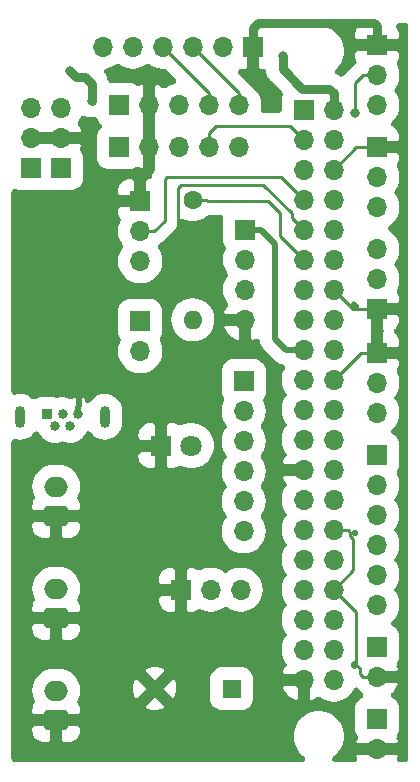
<source format=gbl>
G04 #@! TF.GenerationSoftware,KiCad,Pcbnew,8.0.8*
G04 #@! TF.CreationDate,2025-03-22T22:47:56+00:00*
G04 #@! TF.ProjectId,RPi-flex_PCB04,5250692d-666c-4657-985f-50434230342e,rev?*
G04 #@! TF.SameCoordinates,Original*
G04 #@! TF.FileFunction,Copper,L2,Bot*
G04 #@! TF.FilePolarity,Positive*
%FSLAX46Y46*%
G04 Gerber Fmt 4.6, Leading zero omitted, Abs format (unit mm)*
G04 Created by KiCad (PCBNEW 8.0.8) date 2025-03-22 22:47:56*
%MOMM*%
%LPD*%
G01*
G04 APERTURE LIST*
G04 Aperture macros list*
%AMRoundRect*
0 Rectangle with rounded corners*
0 $1 Rounding radius*
0 $2 $3 $4 $5 $6 $7 $8 $9 X,Y pos of 4 corners*
0 Add a 4 corners polygon primitive as box body*
4,1,4,$2,$3,$4,$5,$6,$7,$8,$9,$2,$3,0*
0 Add four circle primitives for the rounded corners*
1,1,$1+$1,$2,$3*
1,1,$1+$1,$4,$5*
1,1,$1+$1,$6,$7*
1,1,$1+$1,$8,$9*
0 Add four rect primitives between the rounded corners*
20,1,$1+$1,$2,$3,$4,$5,0*
20,1,$1+$1,$4,$5,$6,$7,0*
20,1,$1+$1,$6,$7,$8,$9,0*
20,1,$1+$1,$8,$9,$2,$3,0*%
G04 Aperture macros list end*
G04 #@! TA.AperFunction,ComponentPad*
%ADD10R,1.600000X1.600000*%
G04 #@! TD*
G04 #@! TA.AperFunction,ComponentPad*
%ADD11C,1.600000*%
G04 #@! TD*
G04 #@! TA.AperFunction,ComponentPad*
%ADD12R,1.700000X1.700000*%
G04 #@! TD*
G04 #@! TA.AperFunction,ComponentPad*
%ADD13O,1.700000X1.700000*%
G04 #@! TD*
G04 #@! TA.AperFunction,ComponentPad*
%ADD14RoundRect,0.250000X0.750000X-0.600000X0.750000X0.600000X-0.750000X0.600000X-0.750000X-0.600000X0*%
G04 #@! TD*
G04 #@! TA.AperFunction,ComponentPad*
%ADD15O,2.000000X1.700000*%
G04 #@! TD*
G04 #@! TA.AperFunction,ComponentPad*
%ADD16O,1.600000X1.600000*%
G04 #@! TD*
G04 #@! TA.AperFunction,ComponentPad*
%ADD17R,0.840000X0.840000*%
G04 #@! TD*
G04 #@! TA.AperFunction,ComponentPad*
%ADD18C,0.840000*%
G04 #@! TD*
G04 #@! TA.AperFunction,ComponentPad*
%ADD19O,0.850000X1.850000*%
G04 #@! TD*
G04 #@! TA.AperFunction,ComponentPad*
%ADD20R,1.800000X1.800000*%
G04 #@! TD*
G04 #@! TA.AperFunction,ComponentPad*
%ADD21C,1.800000*%
G04 #@! TD*
G04 #@! TA.AperFunction,ViaPad*
%ADD22C,0.800000*%
G04 #@! TD*
G04 #@! TA.AperFunction,Conductor*
%ADD23C,0.250000*%
G04 #@! TD*
G04 #@! TA.AperFunction,Conductor*
%ADD24C,0.750000*%
G04 #@! TD*
G04 #@! TA.AperFunction,Conductor*
%ADD25C,0.500000*%
G04 #@! TD*
G04 APERTURE END LIST*
D10*
X128270000Y-124460000D03*
D11*
X121770000Y-124460000D03*
D12*
X118745000Y-75057000D03*
D13*
X121285000Y-75057000D03*
X123825000Y-75057000D03*
X126365000Y-75057000D03*
X128905000Y-75057000D03*
D12*
X118745000Y-78613000D03*
D13*
X121285000Y-78613000D03*
X123825000Y-78613000D03*
X126365000Y-78613000D03*
X128905000Y-78613000D03*
D12*
X111252000Y-80391000D03*
D13*
X111252000Y-77851000D03*
X111252000Y-75311000D03*
D12*
X113792000Y-80391000D03*
D13*
X113792000Y-77851000D03*
X113792000Y-75311000D03*
D12*
X130048000Y-70104000D03*
D13*
X127508000Y-70104000D03*
X124968000Y-70104000D03*
X122428000Y-70104000D03*
X119888000Y-70104000D03*
X117348000Y-70104000D03*
D12*
X120523000Y-83185000D03*
D13*
X120523000Y-85725000D03*
X120523000Y-88265000D03*
D14*
X113411000Y-109855000D03*
D15*
X113411000Y-107355000D03*
D14*
X113411000Y-118491000D03*
D15*
X113411000Y-115991000D03*
D14*
X113411000Y-127127000D03*
D15*
X113411000Y-124627000D03*
D11*
X124968000Y-83058000D03*
D16*
X124968000Y-93218000D03*
D12*
X129413000Y-85598000D03*
D13*
X129413000Y-88138000D03*
X129413000Y-90678000D03*
X129413000Y-93218000D03*
D17*
X112649000Y-101219000D03*
D18*
X113299000Y-102219000D03*
X113949000Y-101219000D03*
X114599000Y-102219000D03*
X115249000Y-101219000D03*
D19*
X110374000Y-101439000D03*
X117524000Y-101439000D03*
D12*
X120523000Y-93345000D03*
D13*
X120523000Y-95885000D03*
D12*
X140589000Y-104648000D03*
D13*
X140589000Y-107188000D03*
X140589000Y-109728000D03*
X140589000Y-112268000D03*
X140589000Y-114808000D03*
X140589000Y-117348000D03*
D12*
X140589000Y-69977000D03*
D13*
X140589000Y-72517000D03*
X140589000Y-75057000D03*
D12*
X140589000Y-78613000D03*
D13*
X140589000Y-81153000D03*
X140589000Y-83693000D03*
D12*
X140589000Y-127000000D03*
D13*
X140589000Y-129540000D03*
D12*
X140589000Y-92329000D03*
D13*
X140589000Y-89789000D03*
X140589000Y-87249000D03*
D12*
X140589000Y-120904000D03*
D13*
X140589000Y-123444000D03*
D12*
X140589000Y-96012000D03*
D13*
X140589000Y-98552000D03*
X140589000Y-101092000D03*
D12*
X123952000Y-116078000D03*
D13*
X126492000Y-116078000D03*
X129032000Y-116078000D03*
D20*
X122301000Y-103886000D03*
D21*
X124841000Y-103886000D03*
D12*
X129286000Y-98425000D03*
D13*
X129286000Y-100965000D03*
X129286000Y-103505000D03*
X129286000Y-106045000D03*
X129286000Y-108585000D03*
X129286000Y-111125000D03*
D12*
X134366000Y-75438000D03*
D13*
X136906000Y-75438000D03*
X134366000Y-77978000D03*
X136906000Y-77978000D03*
X134366000Y-80518000D03*
X136906000Y-80518000D03*
X134366000Y-83058000D03*
X136906000Y-83058000D03*
X134366000Y-85598000D03*
X136906000Y-85598000D03*
X134366000Y-88138000D03*
X136906000Y-88138000D03*
X134366000Y-90678000D03*
X136906000Y-90678000D03*
X134366000Y-93218000D03*
X136906000Y-93218000D03*
X134366000Y-95758000D03*
X136906000Y-95758000D03*
X134366000Y-98298000D03*
X136906000Y-98298000D03*
X134366000Y-100838000D03*
X136906000Y-100838000D03*
X134366000Y-103378000D03*
X136906000Y-103378000D03*
X134366000Y-105918000D03*
X136906000Y-105918000D03*
X134366000Y-108458000D03*
X136906000Y-108458000D03*
X134366000Y-110998000D03*
X136906000Y-110998000D03*
X134366000Y-113538000D03*
X136906000Y-113538000D03*
X134366000Y-116078000D03*
X136906000Y-116078000D03*
X134366000Y-118618000D03*
X136906000Y-118618000D03*
X134366000Y-121158000D03*
X136906000Y-121158000D03*
X134366000Y-123698000D03*
X136906000Y-123698000D03*
D22*
X114554000Y-72136000D03*
X132588000Y-70866000D03*
X116459000Y-74676000D03*
X138684000Y-75692000D03*
D23*
X123698000Y-82042000D02*
X123698000Y-86995000D01*
X123952000Y-81788000D02*
X123698000Y-82042000D01*
D24*
X140589000Y-68377000D02*
X140589000Y-69977000D01*
D23*
X136906000Y-98298000D02*
X139192000Y-96012000D01*
X133350000Y-84582000D02*
X133350000Y-84201000D01*
X140589000Y-123444000D02*
X139386919Y-123444000D01*
D24*
X140589000Y-92329000D02*
X140589000Y-96012000D01*
D23*
X138811000Y-78613000D02*
X140589000Y-78613000D01*
X139386919Y-123444000D02*
X139132919Y-123190000D01*
D25*
X115249000Y-100625031D02*
X115316000Y-100558031D01*
D23*
X139132919Y-122749919D02*
X138811000Y-122428000D01*
D25*
X115316000Y-100558031D02*
X115316000Y-99060000D01*
D24*
X140284000Y-68072000D02*
X140589000Y-68377000D01*
D23*
X138557000Y-92329000D02*
X140589000Y-92329000D01*
X134366000Y-85598000D02*
X133350000Y-84582000D01*
D24*
X130048000Y-70104000D02*
X130048000Y-68504000D01*
D23*
X139132919Y-123190000D02*
X139132919Y-122749919D01*
D24*
X130048000Y-68504000D02*
X130480000Y-68072000D01*
D23*
X136906000Y-80518000D02*
X138811000Y-78613000D01*
X130937000Y-81788000D02*
X123952000Y-81788000D01*
D25*
X115249000Y-101219000D02*
X115249000Y-100625031D01*
D23*
X138557000Y-111760000D02*
X138557000Y-114427000D01*
D24*
X121285000Y-75057000D02*
X121285000Y-78613000D01*
D23*
X138557000Y-114427000D02*
X136906000Y-116078000D01*
X138811000Y-122428000D02*
X138811000Y-117983000D01*
X139192000Y-96012000D02*
X140589000Y-96012000D01*
X138811000Y-117983000D02*
X136906000Y-116078000D01*
D24*
X111252000Y-77851000D02*
X113792000Y-77851000D01*
D23*
X136906000Y-90678000D02*
X138557000Y-92329000D01*
D24*
X130480000Y-68072000D02*
X140284000Y-68072000D01*
D23*
X138303000Y-111506000D02*
X138557000Y-111760000D01*
X138303000Y-111192919D02*
X138303000Y-111506000D01*
X133350000Y-84201000D02*
X130937000Y-81788000D01*
X136906000Y-110998000D02*
X138108081Y-110998000D01*
X138108081Y-110998000D02*
X138303000Y-111192919D01*
D25*
X134366000Y-95758000D02*
X132842000Y-95758000D01*
X130763000Y-85598000D02*
X129413000Y-85598000D01*
X132842000Y-95758000D02*
X131953000Y-94869000D01*
X131953000Y-86788000D02*
X130763000Y-85598000D01*
X131953000Y-94869000D02*
X131953000Y-86788000D01*
D24*
X132588000Y-70866000D02*
X132588000Y-72009000D01*
X116459000Y-74676000D02*
X116459000Y-73279000D01*
X134239000Y-73660000D02*
X136525000Y-73660000D01*
X136525000Y-73660000D02*
X136906000Y-74041000D01*
X132588000Y-72009000D02*
X134239000Y-73660000D01*
X115062000Y-72644000D02*
X114554000Y-72136000D01*
X116459000Y-73279000D02*
X115824000Y-72644000D01*
X136906000Y-74041000D02*
X136906000Y-75438000D01*
X115824000Y-72644000D02*
X115062000Y-72644000D01*
D23*
X124968000Y-70104000D02*
X128905000Y-74041000D01*
X128905000Y-74041000D02*
X128905000Y-75057000D01*
X133223000Y-76835000D02*
X134366000Y-77978000D01*
X122428000Y-70104000D02*
X126365000Y-74041000D01*
X126365000Y-78613000D02*
X126365000Y-77410919D01*
X126940919Y-76835000D02*
X133223000Y-76835000D01*
X126365000Y-74041000D02*
X126365000Y-75057000D01*
X126365000Y-77410919D02*
X126940919Y-76835000D01*
X122614081Y-81339081D02*
X122800162Y-81153000D01*
X121725081Y-85725000D02*
X122614081Y-84836000D01*
X120523000Y-85725000D02*
X121725081Y-85725000D01*
X122800162Y-81153000D02*
X132461000Y-81153000D01*
X122614081Y-84836000D02*
X122614081Y-81339081D01*
X132461000Y-81153000D02*
X134366000Y-83058000D01*
X139386919Y-72517000D02*
X140589000Y-72517000D01*
X138684000Y-75692000D02*
X138684000Y-73219919D01*
X138684000Y-73219919D02*
X139386919Y-72517000D01*
X132334000Y-84201000D02*
X132334000Y-86106000D01*
X126226370Y-83185000D02*
X131318000Y-83185000D01*
X126099370Y-83058000D02*
X126226370Y-83185000D01*
X131318000Y-83185000D02*
X132334000Y-84201000D01*
X132334000Y-86106000D02*
X134366000Y-88138000D01*
X124968000Y-83058000D02*
X126099370Y-83058000D01*
G04 #@! TA.AperFunction,Conductor*
G36*
X138804479Y-68107289D02*
G01*
X138870242Y-68137322D01*
X138924879Y-68184665D01*
X138963966Y-68245485D01*
X138984334Y-68314852D01*
X138984334Y-68387148D01*
X138963966Y-68456515D01*
X138929264Y-68512135D01*
X138890140Y-68559807D01*
X138795796Y-68736312D01*
X138737700Y-68927828D01*
X138717130Y-69136684D01*
X138720689Y-69297979D01*
X138891710Y-69469000D01*
X140239542Y-69469000D01*
X140298852Y-69451585D01*
X140335000Y-69449000D01*
X140843000Y-69449000D01*
X140914560Y-69459289D01*
X140935824Y-69469000D01*
X142286290Y-69469000D01*
X142457310Y-69297979D01*
X142460869Y-69136684D01*
X142440299Y-68927828D01*
X142382203Y-68736312D01*
X142287859Y-68559807D01*
X142248736Y-68512135D01*
X142211292Y-68450291D01*
X142192789Y-68380403D01*
X142194724Y-68308133D01*
X142216942Y-68239336D01*
X142257643Y-68179585D01*
X142313529Y-68133721D01*
X142380072Y-68105460D01*
X142445081Y-68097000D01*
X142977000Y-68097000D01*
X143048560Y-68107289D01*
X143114323Y-68137322D01*
X143168960Y-68184665D01*
X143208047Y-68245485D01*
X143228415Y-68314852D01*
X143231000Y-68351000D01*
X143231001Y-130404000D01*
X143220712Y-130475560D01*
X143190679Y-130541323D01*
X143143336Y-130595960D01*
X143082516Y-130635047D01*
X143013149Y-130655415D01*
X142977001Y-130658000D01*
X142513937Y-130658000D01*
X142442377Y-130647711D01*
X142376614Y-130617678D01*
X142321977Y-130570335D01*
X142282890Y-130509515D01*
X142262522Y-130440148D01*
X142262522Y-130367852D01*
X142280993Y-130302743D01*
X142340875Y-130164982D01*
X142249561Y-130048000D01*
X140938458Y-130048000D01*
X140879148Y-130065415D01*
X140843000Y-130068000D01*
X140335000Y-130068000D01*
X140263440Y-130057711D01*
X140242176Y-130048000D01*
X138928439Y-130048000D01*
X138837124Y-130164982D01*
X138897007Y-130302743D01*
X138916099Y-130372473D01*
X138914772Y-130444756D01*
X138893134Y-130513738D01*
X138852938Y-130573830D01*
X138797441Y-130620163D01*
X138731138Y-130648984D01*
X138664063Y-130658000D01*
X137029900Y-130658000D01*
X136958340Y-130647711D01*
X136892577Y-130617678D01*
X136837940Y-130570335D01*
X136798853Y-130509515D01*
X136778485Y-130440148D01*
X136778485Y-130367852D01*
X136798853Y-130298485D01*
X136837940Y-130237665D01*
X136888786Y-130192806D01*
X136984872Y-130128603D01*
X137279604Y-129833871D01*
X137511174Y-129487301D01*
X137670683Y-129102212D01*
X137752000Y-128693410D01*
X137752000Y-128276589D01*
X137670683Y-127867787D01*
X137511174Y-127482698D01*
X137279604Y-127136128D01*
X136984871Y-126841395D01*
X136638301Y-126609825D01*
X136253212Y-126450316D01*
X135844410Y-126369000D01*
X135427590Y-126369000D01*
X135018787Y-126450316D01*
X134633698Y-126609825D01*
X134287128Y-126841395D01*
X133992395Y-127136128D01*
X133760825Y-127482698D01*
X133601316Y-127867787D01*
X133520000Y-128276589D01*
X133520000Y-128693410D01*
X133601316Y-129102212D01*
X133760825Y-129487301D01*
X133992395Y-129833871D01*
X134287127Y-130128603D01*
X134383214Y-130192806D01*
X134436998Y-130241118D01*
X134474993Y-130302625D01*
X134494120Y-130372345D01*
X134492829Y-130444629D01*
X134471227Y-130513622D01*
X134431061Y-130573734D01*
X134375587Y-130620095D01*
X134309299Y-130648950D01*
X134242100Y-130658000D01*
X109880000Y-130658000D01*
X109808440Y-130647711D01*
X109742677Y-130617678D01*
X109688040Y-130570335D01*
X109648953Y-130509515D01*
X109628585Y-130440148D01*
X109626000Y-130404000D01*
X109626000Y-127967315D01*
X111389130Y-127967315D01*
X111409700Y-128176171D01*
X111467796Y-128367687D01*
X111562138Y-128544189D01*
X111689103Y-128698896D01*
X111843810Y-128825861D01*
X112020312Y-128920203D01*
X112211828Y-128978299D01*
X112421661Y-128998965D01*
X112732785Y-128994504D01*
X112903000Y-128824290D01*
X113919000Y-128824290D01*
X114089214Y-128994504D01*
X114400338Y-128998965D01*
X114610171Y-128978299D01*
X114801687Y-128920203D01*
X114978189Y-128825861D01*
X115132896Y-128698896D01*
X115259861Y-128544189D01*
X115354203Y-128367687D01*
X115412299Y-128176171D01*
X115432869Y-127967315D01*
X115429310Y-127806020D01*
X115258290Y-127635000D01*
X113919000Y-127635000D01*
X113919000Y-128824290D01*
X112903000Y-128824290D01*
X112903000Y-127635000D01*
X111563710Y-127635000D01*
X111392689Y-127806020D01*
X111389130Y-127967315D01*
X109626000Y-127967315D01*
X109626000Y-124627000D01*
X111385972Y-124627000D01*
X111421999Y-124992800D01*
X111528700Y-125344544D01*
X111580118Y-125440740D01*
X111604777Y-125508700D01*
X111609291Y-125580855D01*
X111593293Y-125651359D01*
X111573214Y-125687363D01*
X111573932Y-125687747D01*
X111467796Y-125886312D01*
X111409700Y-126077828D01*
X111389130Y-126286684D01*
X111392689Y-126447979D01*
X111563710Y-126619000D01*
X113061542Y-126619000D01*
X113120852Y-126601585D01*
X113157000Y-126599000D01*
X113665000Y-126599000D01*
X113736560Y-126609289D01*
X113757824Y-126619000D01*
X115258290Y-126619000D01*
X115429310Y-126447979D01*
X115432869Y-126286684D01*
X115412298Y-126077828D01*
X115378382Y-125966021D01*
X120982398Y-125966021D01*
X120997990Y-126104706D01*
X121214115Y-126198057D01*
X121563878Y-126273108D01*
X121921553Y-126278483D01*
X122273414Y-126213972D01*
X122541690Y-126107542D01*
X122557601Y-125966021D01*
X121770000Y-125178420D01*
X120982398Y-125966021D01*
X115378382Y-125966021D01*
X115372496Y-125946616D01*
X115354202Y-125886311D01*
X115248068Y-125687747D01*
X115248804Y-125687353D01*
X115232099Y-125659761D01*
X115213597Y-125589873D01*
X115215534Y-125517603D01*
X115237754Y-125448806D01*
X115241882Y-125440740D01*
X115293299Y-125344544D01*
X115400000Y-124992800D01*
X115436027Y-124626999D01*
X115434506Y-124611553D01*
X119951516Y-124611553D01*
X120016027Y-124963414D01*
X120122457Y-125231690D01*
X120263978Y-125247601D01*
X121051580Y-124460000D01*
X122488420Y-124460000D01*
X123276021Y-125247601D01*
X123414706Y-125232009D01*
X123508057Y-125015884D01*
X123583108Y-124666121D01*
X123588483Y-124308446D01*
X123523972Y-123956584D01*
X123443471Y-123753666D01*
X123417542Y-123688309D01*
X123276741Y-123672479D01*
X126447856Y-123672479D01*
X126447856Y-125247520D01*
X126468701Y-125459170D01*
X126526798Y-125650689D01*
X126621140Y-125827190D01*
X126748103Y-125981896D01*
X126902809Y-126108859D01*
X127079310Y-126203201D01*
X127270829Y-126261298D01*
X127482480Y-126282144D01*
X129057520Y-126282144D01*
X129269170Y-126261298D01*
X129460689Y-126203201D01*
X129637190Y-126108859D01*
X129791896Y-125981896D01*
X129918859Y-125827190D01*
X130013201Y-125650689D01*
X130071298Y-125459170D01*
X130092144Y-125247520D01*
X130092144Y-124322982D01*
X132614124Y-124322982D01*
X132736905Y-124605440D01*
X132945243Y-124905828D01*
X133208175Y-125159793D01*
X133515607Y-125357588D01*
X133744789Y-125447893D01*
X133858000Y-125360465D01*
X133858000Y-124206000D01*
X132705439Y-124206000D01*
X132614124Y-124322982D01*
X130092144Y-124322982D01*
X130092144Y-123672479D01*
X130071298Y-123460829D01*
X130013201Y-123269310D01*
X129918859Y-123092809D01*
X129791896Y-122938103D01*
X129637190Y-122811140D01*
X129460689Y-122716798D01*
X129269170Y-122658701D01*
X129057520Y-122637856D01*
X127482480Y-122637856D01*
X127270829Y-122658701D01*
X127079310Y-122716798D01*
X126902809Y-122811140D01*
X126748103Y-122938103D01*
X126621140Y-123092809D01*
X126526798Y-123269310D01*
X126468701Y-123460829D01*
X126447856Y-123672479D01*
X123276741Y-123672479D01*
X123276021Y-123672398D01*
X122488420Y-124460000D01*
X121051580Y-124460000D01*
X120263978Y-123672398D01*
X120125293Y-123687990D01*
X120031942Y-123904115D01*
X119956891Y-124253878D01*
X119951516Y-124611553D01*
X115434506Y-124611553D01*
X115400000Y-124261199D01*
X115293300Y-123909458D01*
X115120029Y-123585291D01*
X114886843Y-123301154D01*
X114816546Y-123243462D01*
X114602708Y-123067970D01*
X114389444Y-122953978D01*
X120982398Y-122953978D01*
X121770000Y-123741580D01*
X122557601Y-122953978D01*
X122542009Y-122815293D01*
X122325884Y-122721942D01*
X121976121Y-122646891D01*
X121618446Y-122641516D01*
X121266585Y-122706027D01*
X120998309Y-122812457D01*
X120982398Y-122953978D01*
X114389444Y-122953978D01*
X114278541Y-122894699D01*
X113926800Y-122787999D01*
X113652663Y-122761000D01*
X113169337Y-122761000D01*
X112895199Y-122787999D01*
X112543458Y-122894699D01*
X112219291Y-123067970D01*
X111935155Y-123301155D01*
X111701970Y-123585291D01*
X111528699Y-123909458D01*
X111421999Y-124261199D01*
X111385972Y-124627000D01*
X109626000Y-124627000D01*
X109626000Y-119331315D01*
X111389130Y-119331315D01*
X111409700Y-119540171D01*
X111467796Y-119731687D01*
X111562138Y-119908189D01*
X111689103Y-120062896D01*
X111843810Y-120189861D01*
X112020312Y-120284203D01*
X112211828Y-120342299D01*
X112421661Y-120362965D01*
X112732785Y-120358504D01*
X112903000Y-120188290D01*
X113919000Y-120188290D01*
X114089214Y-120358504D01*
X114400338Y-120362965D01*
X114610171Y-120342299D01*
X114801687Y-120284203D01*
X114978189Y-120189861D01*
X115132896Y-120062896D01*
X115259861Y-119908189D01*
X115354203Y-119731687D01*
X115412299Y-119540171D01*
X115432869Y-119331315D01*
X115429310Y-119170020D01*
X115258290Y-118999000D01*
X113919000Y-118999000D01*
X113919000Y-120188290D01*
X112903000Y-120188290D01*
X112903000Y-118999000D01*
X111563710Y-118999000D01*
X111392689Y-119170020D01*
X111389130Y-119331315D01*
X109626000Y-119331315D01*
X109626000Y-115991000D01*
X111385972Y-115991000D01*
X111421999Y-116356800D01*
X111528700Y-116708544D01*
X111580118Y-116804740D01*
X111604777Y-116872700D01*
X111609291Y-116944855D01*
X111593293Y-117015359D01*
X111573214Y-117051363D01*
X111573932Y-117051747D01*
X111467796Y-117250312D01*
X111409700Y-117441828D01*
X111389130Y-117650684D01*
X111392689Y-117811979D01*
X111563710Y-117983000D01*
X113061542Y-117983000D01*
X113120852Y-117965585D01*
X113157000Y-117963000D01*
X113665000Y-117963000D01*
X113736560Y-117973289D01*
X113757824Y-117983000D01*
X115258290Y-117983000D01*
X115429310Y-117811979D01*
X115432869Y-117650684D01*
X115412299Y-117441828D01*
X115354203Y-117250312D01*
X115248068Y-117051747D01*
X115248804Y-117051353D01*
X115232106Y-117023777D01*
X115213599Y-116953890D01*
X115214550Y-116918315D01*
X122080130Y-116918315D01*
X122100700Y-117127171D01*
X122158796Y-117318687D01*
X122253138Y-117495189D01*
X122380103Y-117649896D01*
X122534810Y-117776861D01*
X122711312Y-117871203D01*
X122902828Y-117929299D01*
X123111684Y-117949869D01*
X123272979Y-117946310D01*
X123444000Y-117775290D01*
X123444000Y-116586000D01*
X122254710Y-116586000D01*
X122083689Y-116757020D01*
X122080130Y-116918315D01*
X115214550Y-116918315D01*
X115215531Y-116881620D01*
X115237746Y-116812822D01*
X115241882Y-116804740D01*
X115293299Y-116708544D01*
X115400000Y-116356800D01*
X115436027Y-115991000D01*
X115400000Y-115625199D01*
X115301877Y-115301733D01*
X115293299Y-115273457D01*
X115274178Y-115237684D01*
X122080130Y-115237684D01*
X122083689Y-115398979D01*
X122254710Y-115570000D01*
X123444000Y-115570000D01*
X123444000Y-114380710D01*
X124460000Y-114380710D01*
X124460000Y-115728541D01*
X124477415Y-115787852D01*
X124480000Y-115824000D01*
X124480000Y-116332000D01*
X124469711Y-116403560D01*
X124460000Y-116424824D01*
X124460000Y-117775290D01*
X124631020Y-117946310D01*
X124792315Y-117949869D01*
X125001171Y-117929299D01*
X125192687Y-117871203D01*
X125369192Y-117776859D01*
X125373168Y-117773597D01*
X125435012Y-117736153D01*
X125504900Y-117717650D01*
X125577170Y-117719585D01*
X125645967Y-117741803D01*
X125654038Y-117745934D01*
X125774458Y-117810300D01*
X126126199Y-117917000D01*
X126400337Y-117944000D01*
X126583663Y-117944000D01*
X126857800Y-117917000D01*
X127209541Y-117810300D01*
X127533708Y-117637029D01*
X127600864Y-117581916D01*
X127662708Y-117544472D01*
X127732596Y-117525969D01*
X127804866Y-117527904D01*
X127873663Y-117550122D01*
X127923136Y-117581916D01*
X127990291Y-117637029D01*
X128314458Y-117810300D01*
X128666199Y-117917000D01*
X128940337Y-117944000D01*
X129123663Y-117944000D01*
X129397800Y-117917000D01*
X129749541Y-117810300D01*
X130073708Y-117637029D01*
X130357844Y-117403844D01*
X130591029Y-117119708D01*
X130764300Y-116795541D01*
X130871000Y-116443800D01*
X130907027Y-116078000D01*
X130871000Y-115712199D01*
X130764300Y-115360458D01*
X130591029Y-115036291D01*
X130357844Y-114752155D01*
X130073708Y-114518970D01*
X129749541Y-114345699D01*
X129397800Y-114238999D01*
X129123663Y-114212000D01*
X128940337Y-114212000D01*
X128666199Y-114238999D01*
X128314458Y-114345699D01*
X127990291Y-114518970D01*
X127923136Y-114574084D01*
X127861292Y-114611528D01*
X127791404Y-114630031D01*
X127719134Y-114628096D01*
X127650337Y-114605878D01*
X127600864Y-114574084D01*
X127533708Y-114518970D01*
X127209541Y-114345699D01*
X126857800Y-114238999D01*
X126583663Y-114212000D01*
X126400337Y-114212000D01*
X126126199Y-114238999D01*
X125774458Y-114345699D01*
X125654038Y-114410066D01*
X125586078Y-114434725D01*
X125513923Y-114439239D01*
X125443419Y-114423242D01*
X125380278Y-114388029D01*
X125373168Y-114382403D01*
X125369192Y-114379140D01*
X125192687Y-114284796D01*
X125001171Y-114226700D01*
X124792315Y-114206130D01*
X124631020Y-114209689D01*
X124460000Y-114380710D01*
X123444000Y-114380710D01*
X123272979Y-114209689D01*
X123111684Y-114206130D01*
X122902828Y-114226700D01*
X122711312Y-114284796D01*
X122534810Y-114379138D01*
X122380103Y-114506103D01*
X122253138Y-114660810D01*
X122158796Y-114837312D01*
X122100700Y-115028828D01*
X122080130Y-115237684D01*
X115274178Y-115237684D01*
X115120029Y-114949291D01*
X114886844Y-114665155D01*
X114602708Y-114431970D01*
X114278541Y-114258699D01*
X113926800Y-114151999D01*
X113652663Y-114125000D01*
X113169337Y-114125000D01*
X112895199Y-114151999D01*
X112543458Y-114258699D01*
X112219291Y-114431970D01*
X111935155Y-114665155D01*
X111701970Y-114949291D01*
X111528699Y-115273458D01*
X111421999Y-115625199D01*
X111385972Y-115991000D01*
X109626000Y-115991000D01*
X109626000Y-110695315D01*
X111389130Y-110695315D01*
X111409700Y-110904171D01*
X111467796Y-111095687D01*
X111562138Y-111272189D01*
X111689103Y-111426896D01*
X111843810Y-111553861D01*
X112020312Y-111648203D01*
X112211828Y-111706299D01*
X112421661Y-111726965D01*
X112732785Y-111722504D01*
X112903000Y-111552290D01*
X113919000Y-111552290D01*
X114089214Y-111722504D01*
X114400338Y-111726965D01*
X114610171Y-111706299D01*
X114801687Y-111648203D01*
X114978189Y-111553861D01*
X115132896Y-111426896D01*
X115259861Y-111272189D01*
X115354203Y-111095687D01*
X115412299Y-110904171D01*
X115432869Y-110695315D01*
X115429310Y-110534020D01*
X115258290Y-110363000D01*
X113919000Y-110363000D01*
X113919000Y-111552290D01*
X112903000Y-111552290D01*
X112903000Y-110363000D01*
X111563710Y-110363000D01*
X111392689Y-110534020D01*
X111389130Y-110695315D01*
X109626000Y-110695315D01*
X109626000Y-107355000D01*
X111385972Y-107355000D01*
X111421999Y-107720800D01*
X111528700Y-108072544D01*
X111580118Y-108168740D01*
X111604777Y-108236700D01*
X111609291Y-108308855D01*
X111593293Y-108379359D01*
X111573214Y-108415363D01*
X111573932Y-108415747D01*
X111467796Y-108614312D01*
X111409700Y-108805828D01*
X111389130Y-109014684D01*
X111392689Y-109175979D01*
X111563710Y-109347000D01*
X113061542Y-109347000D01*
X113120852Y-109329585D01*
X113157000Y-109327000D01*
X113665000Y-109327000D01*
X113736560Y-109337289D01*
X113757824Y-109347000D01*
X115258290Y-109347000D01*
X115429310Y-109175979D01*
X115432869Y-109014684D01*
X115412299Y-108805828D01*
X115354203Y-108614312D01*
X115248068Y-108415747D01*
X115248804Y-108415353D01*
X115232099Y-108387761D01*
X115213597Y-108317873D01*
X115215534Y-108245603D01*
X115237754Y-108176806D01*
X115241882Y-108168740D01*
X115293299Y-108072544D01*
X115400000Y-107720800D01*
X115436027Y-107355000D01*
X115400000Y-106989199D01*
X115293300Y-106637458D01*
X115120029Y-106313291D01*
X114886844Y-106029155D01*
X114602708Y-105795970D01*
X114278541Y-105622699D01*
X113926800Y-105515999D01*
X113652663Y-105489000D01*
X113169337Y-105489000D01*
X112895199Y-105515999D01*
X112543458Y-105622699D01*
X112219291Y-105795970D01*
X111935155Y-106029155D01*
X111701970Y-106313291D01*
X111528699Y-106637458D01*
X111421999Y-106989199D01*
X111385972Y-107355000D01*
X109626000Y-107355000D01*
X109626000Y-104775895D01*
X120379088Y-104775895D01*
X120399700Y-104985171D01*
X120457796Y-105176687D01*
X120552138Y-105353189D01*
X120679103Y-105507896D01*
X120833810Y-105634861D01*
X121010312Y-105729203D01*
X121201828Y-105787299D01*
X121411104Y-105807911D01*
X121622330Y-105803959D01*
X121793000Y-105633290D01*
X121793000Y-104394000D01*
X120553710Y-104394000D01*
X120383040Y-104564669D01*
X120379088Y-104775895D01*
X109626000Y-104775895D01*
X109626000Y-103560416D01*
X109636289Y-103488856D01*
X109666322Y-103423093D01*
X109713665Y-103368456D01*
X109774485Y-103329369D01*
X109843852Y-103309001D01*
X109916148Y-103309001D01*
X109953732Y-103317353D01*
X110091515Y-103359149D01*
X110374000Y-103386971D01*
X110656485Y-103359148D01*
X110928115Y-103276752D01*
X111178449Y-103142945D01*
X111397873Y-102962867D01*
X111564287Y-102760094D01*
X111617637Y-102711304D01*
X111682573Y-102679522D01*
X111753832Y-102667321D01*
X111825641Y-102675691D01*
X111892185Y-102703952D01*
X111948070Y-102749816D01*
X111988770Y-102809567D01*
X111995296Y-102824028D01*
X112026433Y-102899199D01*
X112183586Y-103134397D01*
X112383602Y-103334413D01*
X112618800Y-103491566D01*
X112880135Y-103599815D01*
X113157565Y-103655000D01*
X113440435Y-103655000D01*
X113717866Y-103599815D01*
X113851799Y-103544339D01*
X113921849Y-103526459D01*
X113994099Y-103529040D01*
X114046201Y-103544339D01*
X114180133Y-103599815D01*
X114457565Y-103655000D01*
X114740435Y-103655000D01*
X115017864Y-103599815D01*
X115279199Y-103491566D01*
X115514397Y-103334413D01*
X115714413Y-103134397D01*
X115871566Y-102899200D01*
X115902705Y-102824026D01*
X115939596Y-102761851D01*
X115992509Y-102712587D01*
X116057158Y-102680227D01*
X116128305Y-102667391D01*
X116200187Y-102675119D01*
X116266980Y-102702786D01*
X116323272Y-102748150D01*
X116333715Y-102760093D01*
X116500130Y-102962870D01*
X116719551Y-103142945D01*
X116969885Y-103276752D01*
X117241515Y-103359149D01*
X117524000Y-103386971D01*
X117806485Y-103359148D01*
X118078115Y-103276752D01*
X118328449Y-103142945D01*
X118507374Y-102996104D01*
X120379088Y-102996104D01*
X120383040Y-103207330D01*
X120553710Y-103378000D01*
X121793000Y-103378000D01*
X121793000Y-102138710D01*
X122809000Y-102138710D01*
X122809000Y-103536541D01*
X122826415Y-103595852D01*
X122829000Y-103632000D01*
X122829000Y-104140000D01*
X122818711Y-104211560D01*
X122809000Y-104232824D01*
X122809000Y-105633290D01*
X122979669Y-105803959D01*
X123190895Y-105807911D01*
X123400171Y-105787299D01*
X123591687Y-105729203D01*
X123788063Y-105624238D01*
X123856023Y-105599579D01*
X123928178Y-105595065D01*
X123998682Y-105611062D01*
X124005000Y-105613581D01*
X124282124Y-105728369D01*
X124652289Y-105802000D01*
X125029711Y-105802000D01*
X125399875Y-105728369D01*
X125748566Y-105583937D01*
X126062379Y-105374254D01*
X126329254Y-105107379D01*
X126538937Y-104793566D01*
X126683369Y-104444875D01*
X126757000Y-104074711D01*
X126757000Y-103697288D01*
X126683369Y-103327124D01*
X126538937Y-102978433D01*
X126329254Y-102664620D01*
X126062379Y-102397745D01*
X125748566Y-102188062D01*
X125399875Y-102043630D01*
X125029711Y-101970000D01*
X124652289Y-101970000D01*
X124282124Y-102043630D01*
X124005000Y-102158419D01*
X123934949Y-102176299D01*
X123862700Y-102173718D01*
X123794103Y-102150887D01*
X123788063Y-102147762D01*
X123591687Y-102042796D01*
X123400171Y-101984700D01*
X123190895Y-101964088D01*
X122979669Y-101968040D01*
X122809000Y-102138710D01*
X121793000Y-102138710D01*
X121622330Y-101968040D01*
X121411104Y-101964088D01*
X121201828Y-101984700D01*
X121010312Y-102042796D01*
X120833810Y-102137138D01*
X120679103Y-102264103D01*
X120552138Y-102418810D01*
X120457796Y-102595312D01*
X120399700Y-102786828D01*
X120379088Y-102996104D01*
X118507374Y-102996104D01*
X118547872Y-102962868D01*
X118661129Y-102824865D01*
X118661130Y-102824863D01*
X118727945Y-102743449D01*
X118861752Y-102493115D01*
X118944148Y-102221485D01*
X118965000Y-102009785D01*
X118965000Y-100965000D01*
X127410972Y-100965000D01*
X127446999Y-101330800D01*
X127553699Y-101682541D01*
X127726970Y-102006708D01*
X127782084Y-102073864D01*
X127819528Y-102135708D01*
X127838031Y-102205596D01*
X127836096Y-102277866D01*
X127813878Y-102346663D01*
X127782084Y-102396136D01*
X127726970Y-102463291D01*
X127553699Y-102787458D01*
X127446999Y-103139199D01*
X127410972Y-103505000D01*
X127446999Y-103870800D01*
X127553699Y-104222541D01*
X127726970Y-104546708D01*
X127782084Y-104613864D01*
X127819528Y-104675708D01*
X127838031Y-104745596D01*
X127836096Y-104817866D01*
X127813878Y-104886663D01*
X127782084Y-104936136D01*
X127726970Y-105003291D01*
X127553699Y-105327458D01*
X127446999Y-105679199D01*
X127410972Y-106045000D01*
X127446999Y-106410800D01*
X127553699Y-106762541D01*
X127726970Y-107086708D01*
X127782084Y-107153864D01*
X127819528Y-107215708D01*
X127838031Y-107285596D01*
X127836096Y-107357866D01*
X127813878Y-107426663D01*
X127782084Y-107476136D01*
X127726970Y-107543291D01*
X127553699Y-107867458D01*
X127446999Y-108219199D01*
X127410972Y-108585000D01*
X127446999Y-108950800D01*
X127553699Y-109302541D01*
X127726970Y-109626708D01*
X127782084Y-109693864D01*
X127819528Y-109755708D01*
X127838031Y-109825596D01*
X127836096Y-109897866D01*
X127813878Y-109966663D01*
X127782084Y-110016136D01*
X127726970Y-110083291D01*
X127553699Y-110407458D01*
X127446999Y-110759199D01*
X127410972Y-111125000D01*
X127446999Y-111490800D01*
X127553699Y-111842541D01*
X127726970Y-112166708D01*
X127960155Y-112450844D01*
X128244291Y-112684029D01*
X128568458Y-112857300D01*
X128920199Y-112964000D01*
X129194337Y-112991000D01*
X129377663Y-112991000D01*
X129651800Y-112964000D01*
X130003541Y-112857300D01*
X130327708Y-112684029D01*
X130611844Y-112450844D01*
X130845029Y-112166708D01*
X131018300Y-111842541D01*
X131125000Y-111490800D01*
X131161027Y-111125000D01*
X131125000Y-110759199D01*
X131018300Y-110407458D01*
X130845029Y-110083291D01*
X130789916Y-110016136D01*
X130752472Y-109954292D01*
X130733969Y-109884404D01*
X130735904Y-109812134D01*
X130758122Y-109743337D01*
X130789916Y-109693864D01*
X130845029Y-109626708D01*
X131018300Y-109302541D01*
X131125000Y-108950800D01*
X131161027Y-108585000D01*
X131125000Y-108219199D01*
X131018300Y-107867458D01*
X130845029Y-107543291D01*
X130789916Y-107476136D01*
X130752472Y-107414292D01*
X130733969Y-107344404D01*
X130735904Y-107272134D01*
X130758122Y-107203337D01*
X130789916Y-107153864D01*
X130845029Y-107086708D01*
X131018300Y-106762541D01*
X131125000Y-106410800D01*
X131161027Y-106045000D01*
X131125000Y-105679199D01*
X131018300Y-105327458D01*
X130845029Y-105003291D01*
X130789916Y-104936136D01*
X130752472Y-104874292D01*
X130733969Y-104804404D01*
X130735904Y-104732134D01*
X130758122Y-104663337D01*
X130789916Y-104613864D01*
X130845029Y-104546708D01*
X131018300Y-104222541D01*
X131125000Y-103870800D01*
X131161027Y-103505000D01*
X131125000Y-103139199D01*
X131018300Y-102787458D01*
X130845029Y-102463291D01*
X130789916Y-102396136D01*
X130752472Y-102334292D01*
X130733969Y-102264404D01*
X130735904Y-102192134D01*
X130758122Y-102123337D01*
X130789916Y-102073864D01*
X130845029Y-102006708D01*
X131018300Y-101682541D01*
X131125000Y-101330800D01*
X131161027Y-100965000D01*
X131125000Y-100599199D01*
X131018299Y-100247455D01*
X130953934Y-100127036D01*
X130929275Y-100059076D01*
X130924761Y-99986921D01*
X130940759Y-99916417D01*
X130975971Y-99853276D01*
X130981596Y-99846168D01*
X130984859Y-99842190D01*
X131079201Y-99665689D01*
X131137298Y-99474170D01*
X131158144Y-99262520D01*
X131158144Y-97587479D01*
X131137298Y-97375829D01*
X131079201Y-97184310D01*
X130984859Y-97007809D01*
X130857896Y-96853103D01*
X130703190Y-96726140D01*
X130526689Y-96631798D01*
X130335170Y-96573701D01*
X130123520Y-96552856D01*
X128448480Y-96552856D01*
X128236829Y-96573701D01*
X128045310Y-96631798D01*
X127868809Y-96726140D01*
X127714103Y-96853103D01*
X127587140Y-97007809D01*
X127492798Y-97184310D01*
X127434701Y-97375829D01*
X127413856Y-97587479D01*
X127413856Y-99262520D01*
X127434701Y-99474170D01*
X127492798Y-99665689D01*
X127587140Y-99842190D01*
X127590404Y-99846168D01*
X127627847Y-99908012D01*
X127646351Y-99977900D01*
X127644414Y-100050170D01*
X127622196Y-100118967D01*
X127618066Y-100127036D01*
X127553700Y-100247455D01*
X127446999Y-100599199D01*
X127410972Y-100965000D01*
X118965000Y-100965000D01*
X118965000Y-100868214D01*
X118944148Y-100656514D01*
X118861752Y-100384884D01*
X118727945Y-100134550D01*
X118547870Y-99915129D01*
X118328448Y-99735054D01*
X118078114Y-99601247D01*
X117806484Y-99518850D01*
X117523999Y-99491028D01*
X117241514Y-99518851D01*
X116969884Y-99601247D01*
X116719550Y-99735054D01*
X116500129Y-99915129D01*
X116304185Y-100153889D01*
X116303516Y-100153340D01*
X116284550Y-100179154D01*
X116227064Y-100222995D01*
X116159555Y-100248865D01*
X116087492Y-100254668D01*
X116016714Y-100239933D01*
X115952954Y-100205854D01*
X115901378Y-100155193D01*
X115866163Y-100092053D01*
X115850164Y-100021549D01*
X115849392Y-99996288D01*
X115850947Y-99915252D01*
X115722116Y-99855819D01*
X115447081Y-99789712D01*
X115164437Y-99778530D01*
X114885039Y-99822707D01*
X114684860Y-99896496D01*
X114614158Y-99911593D01*
X114542067Y-99906158D01*
X114499810Y-99892838D01*
X114367862Y-99838183D01*
X114090435Y-99783000D01*
X113807565Y-99783000D01*
X113514920Y-99841211D01*
X113442728Y-99845081D01*
X113391634Y-99835155D01*
X113268168Y-99797701D01*
X113056520Y-99776856D01*
X112241480Y-99776856D01*
X112029829Y-99797701D01*
X111838313Y-99855797D01*
X111677485Y-99941762D01*
X111609524Y-99966421D01*
X111537369Y-99970935D01*
X111466865Y-99954937D01*
X111403725Y-99919725D01*
X111396614Y-99914099D01*
X111178448Y-99735054D01*
X110928114Y-99601247D01*
X110656484Y-99518850D01*
X110373999Y-99491028D01*
X110091512Y-99518851D01*
X109953731Y-99560646D01*
X109882266Y-99571573D01*
X109810617Y-99561923D01*
X109744589Y-99532478D01*
X109689531Y-99485623D01*
X109649904Y-99425155D01*
X109628918Y-99355972D01*
X109626000Y-99317583D01*
X109626000Y-95885000D01*
X118647972Y-95885000D01*
X118683999Y-96250800D01*
X118790699Y-96602541D01*
X118963970Y-96926708D01*
X119197155Y-97210844D01*
X119481291Y-97444029D01*
X119805458Y-97617300D01*
X120157199Y-97724000D01*
X120431337Y-97751000D01*
X120614663Y-97751000D01*
X120888800Y-97724000D01*
X121240541Y-97617300D01*
X121564708Y-97444029D01*
X121848844Y-97210844D01*
X122082029Y-96926708D01*
X122255300Y-96602541D01*
X122362000Y-96250800D01*
X122398027Y-95885000D01*
X122362000Y-95519199D01*
X122255299Y-95167455D01*
X122190934Y-95047036D01*
X122166275Y-94979076D01*
X122161761Y-94906921D01*
X122177759Y-94836417D01*
X122212971Y-94773276D01*
X122218596Y-94766168D01*
X122221859Y-94762190D01*
X122316201Y-94585689D01*
X122374298Y-94394170D01*
X122395144Y-94182520D01*
X122395144Y-93218000D01*
X123143214Y-93218000D01*
X123178276Y-93573996D01*
X123282118Y-93916316D01*
X123450747Y-94231798D01*
X123677680Y-94508319D01*
X123954201Y-94735252D01*
X124269683Y-94903881D01*
X124612003Y-95007723D01*
X124878795Y-95034000D01*
X125057205Y-95034000D01*
X125323996Y-95007723D01*
X125666316Y-94903881D01*
X125981798Y-94735252D01*
X126258319Y-94508319D01*
X126485252Y-94231798D01*
X126653882Y-93916314D01*
X126676127Y-93842982D01*
X127661124Y-93842982D01*
X127783905Y-94125440D01*
X127992243Y-94425828D01*
X128255175Y-94679793D01*
X128562607Y-94877588D01*
X128791789Y-94967893D01*
X128905000Y-94880465D01*
X128905000Y-93726000D01*
X127752439Y-93726000D01*
X127661124Y-93842982D01*
X126676127Y-93842982D01*
X126712101Y-93724393D01*
X126712101Y-93724392D01*
X126757723Y-93573996D01*
X126792785Y-93218000D01*
X126757723Y-92862003D01*
X126653881Y-92519683D01*
X126485252Y-92204201D01*
X126258319Y-91927680D01*
X125981798Y-91700747D01*
X125666316Y-91532118D01*
X125323996Y-91428276D01*
X125057205Y-91402000D01*
X124878795Y-91402000D01*
X124612003Y-91428276D01*
X124269683Y-91532118D01*
X123954201Y-91700747D01*
X123677680Y-91927680D01*
X123450747Y-92204201D01*
X123282118Y-92519683D01*
X123178276Y-92862003D01*
X123143214Y-93218000D01*
X122395144Y-93218000D01*
X122395144Y-92507479D01*
X122374298Y-92295829D01*
X122316201Y-92104310D01*
X122221859Y-91927809D01*
X122094896Y-91773103D01*
X121940190Y-91646140D01*
X121763689Y-91551798D01*
X121572170Y-91493701D01*
X121360520Y-91472856D01*
X119685480Y-91472856D01*
X119473829Y-91493701D01*
X119282310Y-91551798D01*
X119105809Y-91646140D01*
X118951103Y-91773103D01*
X118824140Y-91927809D01*
X118729798Y-92104310D01*
X118671701Y-92295829D01*
X118650856Y-92507479D01*
X118650856Y-94182520D01*
X118671701Y-94394170D01*
X118729798Y-94585689D01*
X118824140Y-94762190D01*
X118827404Y-94766168D01*
X118864847Y-94828012D01*
X118883351Y-94897900D01*
X118881414Y-94970170D01*
X118859196Y-95038967D01*
X118855066Y-95047036D01*
X118790700Y-95167455D01*
X118683999Y-95519199D01*
X118647972Y-95885000D01*
X109626000Y-95885000D01*
X109626000Y-82402022D01*
X109634244Y-82344684D01*
X118651130Y-82344684D01*
X118654689Y-82505979D01*
X118825710Y-82677000D01*
X120015000Y-82677000D01*
X120015000Y-81487710D01*
X119843979Y-81316689D01*
X119682684Y-81313130D01*
X119473828Y-81333700D01*
X119282312Y-81391796D01*
X119105810Y-81486138D01*
X118951103Y-81613103D01*
X118824138Y-81767810D01*
X118729796Y-81944312D01*
X118671700Y-82135828D01*
X118651130Y-82344684D01*
X109634244Y-82344684D01*
X109636289Y-82330462D01*
X109666322Y-82264699D01*
X109713665Y-82210062D01*
X109774485Y-82170975D01*
X109843852Y-82150607D01*
X109916148Y-82150607D01*
X109985515Y-82170975D01*
X109999732Y-82178013D01*
X110011309Y-82184200D01*
X110202829Y-82242298D01*
X110414480Y-82263144D01*
X112089520Y-82263144D01*
X112301168Y-82242298D01*
X112448267Y-82197676D01*
X112519732Y-82186749D01*
X112591381Y-82196399D01*
X112595733Y-82197676D01*
X112742831Y-82242298D01*
X112954480Y-82263144D01*
X114629520Y-82263144D01*
X114841170Y-82242298D01*
X115032689Y-82184201D01*
X115169655Y-82110992D01*
X115169655Y-82110991D01*
X115209194Y-82089856D01*
X115363896Y-81962896D01*
X115490859Y-81808190D01*
X115585201Y-81631689D01*
X115643298Y-81440170D01*
X115664144Y-81228520D01*
X115664144Y-79553479D01*
X115643298Y-79341829D01*
X115585201Y-79150310D01*
X115490859Y-78973808D01*
X115482540Y-78963671D01*
X115445096Y-78901827D01*
X115426593Y-78831939D01*
X115428530Y-78759669D01*
X115445942Y-78701280D01*
X115543875Y-78475982D01*
X115452561Y-78359000D01*
X114141458Y-78359000D01*
X114082148Y-78376415D01*
X114046000Y-78379000D01*
X113538000Y-78379000D01*
X113466440Y-78368711D01*
X113445176Y-78359000D01*
X111601458Y-78359000D01*
X111542148Y-78376415D01*
X111506000Y-78379000D01*
X110998000Y-78379000D01*
X110926440Y-78368711D01*
X110860677Y-78338678D01*
X110806040Y-78291335D01*
X110802167Y-78285309D01*
X110786040Y-78271335D01*
X110746953Y-78210515D01*
X110726585Y-78141148D01*
X110724000Y-78105000D01*
X110724000Y-77597000D01*
X110734289Y-77525440D01*
X110764322Y-77459677D01*
X110811665Y-77405040D01*
X110817690Y-77401167D01*
X110831665Y-77385040D01*
X110892485Y-77345953D01*
X110961852Y-77325585D01*
X110998000Y-77323000D01*
X111506000Y-77323000D01*
X111577560Y-77333289D01*
X111598824Y-77343000D01*
X113442542Y-77343000D01*
X113501852Y-77325585D01*
X113538000Y-77323000D01*
X114046000Y-77323000D01*
X114117560Y-77333289D01*
X114138824Y-77343000D01*
X115452561Y-77343000D01*
X115543875Y-77226017D01*
X115421093Y-76943556D01*
X115276224Y-76734679D01*
X115243896Y-76670014D01*
X115231095Y-76598861D01*
X115238860Y-76526983D01*
X115266560Y-76460204D01*
X115288593Y-76428787D01*
X115351029Y-76352708D01*
X115506384Y-76062060D01*
X115549191Y-76003800D01*
X115606678Y-75959960D01*
X115674187Y-75934091D01*
X115746250Y-75928291D01*
X115817028Y-75943027D01*
X115827593Y-75947130D01*
X116045966Y-76037583D01*
X116319535Y-76092000D01*
X116598464Y-76092000D01*
X116647056Y-76082334D01*
X116719249Y-76078464D01*
X116789607Y-76095089D01*
X116852431Y-76130864D01*
X116902632Y-76182889D01*
X116936142Y-76246949D01*
X116939673Y-76257720D01*
X116951796Y-76297685D01*
X117046140Y-76474190D01*
X117173101Y-76628893D01*
X117184997Y-76638656D01*
X117233786Y-76692007D01*
X117265568Y-76756942D01*
X117277769Y-76828201D01*
X117269399Y-76900011D01*
X117241138Y-76966554D01*
X117195273Y-77022439D01*
X117184997Y-77031344D01*
X117173101Y-77041106D01*
X117046140Y-77195809D01*
X116951798Y-77372310D01*
X116893701Y-77563829D01*
X116872856Y-77775479D01*
X116872856Y-79450520D01*
X116893701Y-79662170D01*
X116951798Y-79853689D01*
X117046140Y-80030190D01*
X117173103Y-80184896D01*
X117327809Y-80311859D01*
X117504310Y-80406201D01*
X117695829Y-80464298D01*
X117907480Y-80485144D01*
X119582520Y-80485144D01*
X119794170Y-80464298D01*
X119985689Y-80406201D01*
X120162191Y-80311859D01*
X120172329Y-80303540D01*
X120234173Y-80266096D01*
X120304061Y-80247593D01*
X120376331Y-80249530D01*
X120434720Y-80266942D01*
X120660017Y-80364875D01*
X120777000Y-80273561D01*
X120777000Y-78962458D01*
X120759585Y-78903148D01*
X120757000Y-78867000D01*
X120757000Y-78359000D01*
X120767289Y-78287440D01*
X120777000Y-78266175D01*
X120777000Y-75406458D01*
X120759585Y-75347148D01*
X120757000Y-75311000D01*
X120757000Y-74803000D01*
X120767289Y-74731440D01*
X120777000Y-74710175D01*
X120777000Y-73396438D01*
X120660017Y-73305124D01*
X120434720Y-73403058D01*
X120364991Y-73422150D01*
X120292707Y-73420823D01*
X120223725Y-73399185D01*
X120172329Y-73366460D01*
X120162191Y-73358140D01*
X119985689Y-73263798D01*
X119794170Y-73205701D01*
X119582520Y-73184856D01*
X118072412Y-73184856D01*
X118000852Y-73174567D01*
X117935089Y-73144534D01*
X117880452Y-73097191D01*
X117841365Y-73036371D01*
X117829349Y-73004589D01*
X117750333Y-72744111D01*
X117712690Y-72673685D01*
X117621170Y-72502463D01*
X117504759Y-72360616D01*
X117467315Y-72298772D01*
X117448812Y-72228884D01*
X117450747Y-72156614D01*
X117472965Y-72087817D01*
X117513666Y-72028066D01*
X117569551Y-71982202D01*
X117636094Y-71953940D01*
X117676206Y-71946703D01*
X117713800Y-71943000D01*
X118065541Y-71836300D01*
X118389708Y-71663029D01*
X118456864Y-71607916D01*
X118518708Y-71570472D01*
X118588596Y-71551969D01*
X118660866Y-71553904D01*
X118729663Y-71576122D01*
X118779136Y-71607916D01*
X118846291Y-71663029D01*
X119170458Y-71836300D01*
X119522199Y-71943000D01*
X119796337Y-71970000D01*
X119979663Y-71970000D01*
X120253800Y-71943000D01*
X120605541Y-71836300D01*
X120929708Y-71663029D01*
X120996864Y-71607916D01*
X121058708Y-71570472D01*
X121128596Y-71551969D01*
X121200866Y-71553904D01*
X121269663Y-71576122D01*
X121319136Y-71607916D01*
X121386291Y-71663029D01*
X121710458Y-71836300D01*
X122062199Y-71943000D01*
X122336337Y-71970000D01*
X122519665Y-71970000D01*
X122546420Y-71967365D01*
X122618644Y-71970590D01*
X122687034Y-71994033D01*
X122746048Y-72035794D01*
X122750920Y-72040537D01*
X123519530Y-72809147D01*
X123562855Y-72867023D01*
X123588120Y-72934760D01*
X123593278Y-73006872D01*
X123577910Y-73077516D01*
X123543262Y-73140969D01*
X123492142Y-73192089D01*
X123428689Y-73226737D01*
X123413658Y-73231815D01*
X123107457Y-73324700D01*
X122783291Y-73497970D01*
X122707213Y-73560407D01*
X122645369Y-73597850D01*
X122575481Y-73616354D01*
X122503211Y-73614419D01*
X122434414Y-73592201D01*
X122401321Y-73572776D01*
X122192443Y-73427906D01*
X121909982Y-73305124D01*
X121793000Y-73396438D01*
X121793000Y-74707541D01*
X121810415Y-74766852D01*
X121813000Y-74803000D01*
X121813000Y-75311000D01*
X121802711Y-75382560D01*
X121793000Y-75403824D01*
X121793000Y-78263541D01*
X121810415Y-78322852D01*
X121813000Y-78359000D01*
X121813000Y-78867000D01*
X121802711Y-78938560D01*
X121793000Y-78959824D01*
X121793000Y-80310957D01*
X121805045Y-80334116D01*
X121818983Y-80405055D01*
X121812370Y-80477048D01*
X121785743Y-80544262D01*
X121761660Y-80579192D01*
X121660784Y-80702109D01*
X121596670Y-80822059D01*
X121554836Y-80900325D01*
X121538778Y-80953263D01*
X121538778Y-80953265D01*
X121483493Y-81135513D01*
X121452874Y-81201005D01*
X121405044Y-81255218D01*
X121343878Y-81293759D01*
X121274332Y-81313507D01*
X121246033Y-81315718D01*
X121202020Y-81316689D01*
X121031000Y-81487710D01*
X121031000Y-82835541D01*
X121048415Y-82894852D01*
X121051000Y-82931000D01*
X121051000Y-83439000D01*
X121040711Y-83510560D01*
X121010678Y-83576323D01*
X120963335Y-83630960D01*
X120957309Y-83634832D01*
X120943335Y-83650960D01*
X120882515Y-83690047D01*
X120813148Y-83710415D01*
X120777000Y-83713000D01*
X120269000Y-83713000D01*
X120197440Y-83702711D01*
X120176176Y-83693000D01*
X118825710Y-83693000D01*
X118654689Y-83864020D01*
X118651130Y-84025315D01*
X118671700Y-84234171D01*
X118729796Y-84425687D01*
X118824140Y-84602192D01*
X118827403Y-84606168D01*
X118864847Y-84668012D01*
X118883350Y-84737900D01*
X118881415Y-84810170D01*
X118859197Y-84878967D01*
X118855066Y-84887038D01*
X118790699Y-85007458D01*
X118683999Y-85359199D01*
X118647972Y-85725000D01*
X118683999Y-86090800D01*
X118790699Y-86442541D01*
X118963970Y-86766708D01*
X119019084Y-86833864D01*
X119056528Y-86895708D01*
X119075031Y-86965596D01*
X119073096Y-87037866D01*
X119050878Y-87106663D01*
X119019084Y-87156136D01*
X118963970Y-87223291D01*
X118790699Y-87547458D01*
X118683999Y-87899199D01*
X118647972Y-88265000D01*
X118683999Y-88630800D01*
X118790699Y-88982541D01*
X118963970Y-89306708D01*
X119197155Y-89590844D01*
X119481291Y-89824029D01*
X119805458Y-89997300D01*
X120157199Y-90104000D01*
X120431337Y-90131000D01*
X120614663Y-90131000D01*
X120888800Y-90104000D01*
X121240541Y-89997300D01*
X121564708Y-89824029D01*
X121848844Y-89590844D01*
X122082029Y-89306708D01*
X122255300Y-88982541D01*
X122362000Y-88630800D01*
X122398027Y-88265000D01*
X122362000Y-87899199D01*
X122255300Y-87547458D01*
X122082029Y-87223291D01*
X122050998Y-87185480D01*
X122013554Y-87123636D01*
X121995051Y-87053748D01*
X121996986Y-86981478D01*
X122019204Y-86912681D01*
X122059904Y-86852930D01*
X122115790Y-86807066D01*
X122148103Y-86792655D01*
X122362053Y-86678296D01*
X122535793Y-86535712D01*
X122563607Y-86501821D01*
X122580346Y-86483352D01*
X123372437Y-85691261D01*
X123390906Y-85674522D01*
X123424791Y-85646713D01*
X123459143Y-85604856D01*
X123567377Y-85472972D01*
X123673325Y-85274757D01*
X123738571Y-85059673D01*
X123756304Y-84879628D01*
X123756601Y-84876608D01*
X123773847Y-84806399D01*
X123810174Y-84743893D01*
X123862640Y-84694153D01*
X123926994Y-84661210D01*
X123998023Y-84647732D01*
X124069971Y-84654811D01*
X124106582Y-84666813D01*
X124438293Y-84804212D01*
X124789138Y-84874000D01*
X125146862Y-84874000D01*
X125497706Y-84804212D01*
X125828198Y-84667318D01*
X126125632Y-84468579D01*
X126193817Y-84400395D01*
X126251693Y-84357070D01*
X126319430Y-84331805D01*
X126373422Y-84326000D01*
X127303403Y-84326000D01*
X127374963Y-84336289D01*
X127440726Y-84366322D01*
X127495363Y-84413665D01*
X127534450Y-84474485D01*
X127554818Y-84543852D01*
X127556180Y-84604897D01*
X127540856Y-84760480D01*
X127540856Y-86435520D01*
X127561701Y-86647170D01*
X127619798Y-86838689D01*
X127714140Y-87015190D01*
X127717404Y-87019168D01*
X127754847Y-87081012D01*
X127773351Y-87150900D01*
X127771414Y-87223170D01*
X127749196Y-87291967D01*
X127745066Y-87300036D01*
X127680700Y-87420455D01*
X127573999Y-87772199D01*
X127537972Y-88138000D01*
X127573999Y-88503800D01*
X127680699Y-88855541D01*
X127853970Y-89179708D01*
X127909084Y-89246864D01*
X127946528Y-89308708D01*
X127965031Y-89378596D01*
X127963096Y-89450866D01*
X127940878Y-89519663D01*
X127909084Y-89569136D01*
X127853970Y-89636291D01*
X127680699Y-89960458D01*
X127573999Y-90312199D01*
X127537972Y-90678000D01*
X127573999Y-91043800D01*
X127680699Y-91395541D01*
X127853970Y-91719708D01*
X127916407Y-91795787D01*
X127953850Y-91857631D01*
X127972354Y-91927519D01*
X127970419Y-91999789D01*
X127948201Y-92068586D01*
X127928776Y-92101679D01*
X127783906Y-92310556D01*
X127661124Y-92593017D01*
X127752439Y-92710000D01*
X129063542Y-92710000D01*
X129122852Y-92692585D01*
X129159000Y-92690000D01*
X129667000Y-92690000D01*
X129738560Y-92700289D01*
X129804323Y-92730322D01*
X129858960Y-92777665D01*
X129862832Y-92783690D01*
X129878960Y-92797665D01*
X129918047Y-92858485D01*
X129938415Y-92927852D01*
X129941000Y-92964000D01*
X129941000Y-93472000D01*
X129930711Y-93543560D01*
X129921000Y-93564824D01*
X129921000Y-94880465D01*
X130034210Y-94967893D01*
X130263392Y-94877588D01*
X130307315Y-94849329D01*
X130373062Y-94819263D01*
X130444617Y-94808937D01*
X130516182Y-94819189D01*
X130581960Y-94849188D01*
X130636622Y-94896504D01*
X130675739Y-94957303D01*
X130696143Y-95026660D01*
X130697524Y-95038039D01*
X130705318Y-95117178D01*
X130777709Y-95355819D01*
X130831618Y-95456674D01*
X130831618Y-95456675D01*
X130895267Y-95575754D01*
X130912591Y-95596864D01*
X130912592Y-95596864D01*
X131053472Y-95768527D01*
X131092130Y-95800253D01*
X131110599Y-95816993D01*
X131894007Y-96600401D01*
X131910747Y-96618870D01*
X131942472Y-96657527D01*
X131981130Y-96689253D01*
X131981143Y-96689265D01*
X132135242Y-96815731D01*
X132355179Y-96933290D01*
X132596323Y-97006440D01*
X132661815Y-97037059D01*
X132716028Y-97084888D01*
X132754570Y-97146054D01*
X132774318Y-97215600D01*
X132773673Y-97287893D01*
X132752687Y-97357076D01*
X132746599Y-97369238D01*
X132633699Y-97580458D01*
X132526999Y-97932199D01*
X132490972Y-98298000D01*
X132526999Y-98663800D01*
X132633699Y-99015541D01*
X132806970Y-99339708D01*
X132862084Y-99406864D01*
X132899528Y-99468708D01*
X132918031Y-99538596D01*
X132916096Y-99610866D01*
X132893878Y-99679663D01*
X132862084Y-99729136D01*
X132806970Y-99796291D01*
X132633699Y-100120458D01*
X132526999Y-100472199D01*
X132490972Y-100838000D01*
X132526999Y-101203800D01*
X132633699Y-101555541D01*
X132806970Y-101879708D01*
X132862084Y-101946864D01*
X132899528Y-102008708D01*
X132918031Y-102078596D01*
X132916096Y-102150866D01*
X132893878Y-102219663D01*
X132862084Y-102269136D01*
X132806970Y-102336291D01*
X132633699Y-102660458D01*
X132526999Y-103012199D01*
X132490972Y-103378000D01*
X132526999Y-103743800D01*
X132633699Y-104095541D01*
X132806970Y-104419708D01*
X132869407Y-104495787D01*
X132906850Y-104557631D01*
X132925354Y-104627519D01*
X132923419Y-104699789D01*
X132901201Y-104768586D01*
X132881776Y-104801679D01*
X132736906Y-105010556D01*
X132614124Y-105293017D01*
X132705439Y-105410000D01*
X134016542Y-105410000D01*
X134075852Y-105392585D01*
X134112000Y-105390000D01*
X134620000Y-105390000D01*
X134691560Y-105400289D01*
X134757323Y-105430322D01*
X134811960Y-105477665D01*
X134815832Y-105483690D01*
X134831960Y-105497665D01*
X134871047Y-105558485D01*
X134891415Y-105627852D01*
X134894000Y-105664000D01*
X134894000Y-106172000D01*
X134883711Y-106243560D01*
X134853678Y-106309323D01*
X134806335Y-106363960D01*
X134800309Y-106367832D01*
X134786335Y-106383960D01*
X134725515Y-106423047D01*
X134656148Y-106443415D01*
X134620000Y-106446000D01*
X134112000Y-106446000D01*
X134040440Y-106435711D01*
X134019176Y-106426000D01*
X132705439Y-106426000D01*
X132614124Y-106542982D01*
X132736906Y-106825443D01*
X132881776Y-107034321D01*
X132914104Y-107098986D01*
X132926905Y-107170139D01*
X132919140Y-107242017D01*
X132891440Y-107308796D01*
X132869407Y-107340213D01*
X132806970Y-107416291D01*
X132633699Y-107740458D01*
X132526999Y-108092199D01*
X132490972Y-108458000D01*
X132526999Y-108823800D01*
X132633699Y-109175541D01*
X132806970Y-109499708D01*
X132862084Y-109566864D01*
X132899528Y-109628708D01*
X132918031Y-109698596D01*
X132916096Y-109770866D01*
X132893878Y-109839663D01*
X132862084Y-109889136D01*
X132806970Y-109956291D01*
X132633699Y-110280458D01*
X132526999Y-110632199D01*
X132490972Y-110998000D01*
X132526999Y-111363800D01*
X132633699Y-111715541D01*
X132806970Y-112039708D01*
X132862084Y-112106864D01*
X132899528Y-112168708D01*
X132918031Y-112238596D01*
X132916096Y-112310866D01*
X132893878Y-112379663D01*
X132862084Y-112429136D01*
X132806970Y-112496291D01*
X132633699Y-112820458D01*
X132526999Y-113172199D01*
X132490972Y-113538000D01*
X132526999Y-113903800D01*
X132633699Y-114255541D01*
X132806970Y-114579708D01*
X132862084Y-114646864D01*
X132899528Y-114708708D01*
X132918031Y-114778596D01*
X132916096Y-114850866D01*
X132893878Y-114919663D01*
X132862084Y-114969136D01*
X132806970Y-115036291D01*
X132633699Y-115360458D01*
X132526999Y-115712199D01*
X132490972Y-116078000D01*
X132526999Y-116443800D01*
X132633699Y-116795541D01*
X132806970Y-117119708D01*
X132862084Y-117186864D01*
X132899528Y-117248708D01*
X132918031Y-117318596D01*
X132916096Y-117390866D01*
X132893878Y-117459663D01*
X132862084Y-117509136D01*
X132806970Y-117576291D01*
X132633699Y-117900458D01*
X132526999Y-118252199D01*
X132490972Y-118618000D01*
X132526999Y-118983800D01*
X132633699Y-119335541D01*
X132806970Y-119659708D01*
X132862084Y-119726864D01*
X132899528Y-119788708D01*
X132918031Y-119858596D01*
X132916096Y-119930866D01*
X132893878Y-119999663D01*
X132862084Y-120049136D01*
X132806970Y-120116291D01*
X132633699Y-120440458D01*
X132526999Y-120792199D01*
X132490972Y-121158000D01*
X132526999Y-121523800D01*
X132633699Y-121875541D01*
X132806970Y-122199708D01*
X132869407Y-122275787D01*
X132906850Y-122337631D01*
X132925354Y-122407519D01*
X132923419Y-122479789D01*
X132901201Y-122548586D01*
X132881776Y-122581679D01*
X132736906Y-122790556D01*
X132614124Y-123073017D01*
X132705439Y-123190000D01*
X134016542Y-123190000D01*
X134075852Y-123172585D01*
X134112000Y-123170000D01*
X134620000Y-123170000D01*
X134691560Y-123180289D01*
X134757323Y-123210322D01*
X134811960Y-123257665D01*
X134815832Y-123263690D01*
X134831960Y-123277665D01*
X134871047Y-123338485D01*
X134891415Y-123407852D01*
X134894000Y-123444000D01*
X134894000Y-123952000D01*
X134883711Y-124023560D01*
X134874000Y-124044824D01*
X134874000Y-125360465D01*
X134987210Y-125447893D01*
X135216392Y-125357588D01*
X135492689Y-125179826D01*
X135558437Y-125149760D01*
X135629992Y-125139435D01*
X135701557Y-125149688D01*
X135767335Y-125179687D01*
X135791256Y-125197091D01*
X135864288Y-125257027D01*
X136188458Y-125430300D01*
X136540199Y-125537000D01*
X136814337Y-125564000D01*
X136997663Y-125564000D01*
X137271800Y-125537000D01*
X137623541Y-125430300D01*
X137947708Y-125257029D01*
X138231844Y-125023844D01*
X138465029Y-124739708D01*
X138601734Y-124483952D01*
X138644541Y-124425692D01*
X138702028Y-124381852D01*
X138769538Y-124355983D01*
X138841600Y-124350183D01*
X138912378Y-124364919D01*
X138976138Y-124398999D01*
X139027713Y-124449662D01*
X139034456Y-124458931D01*
X139168241Y-124651826D01*
X139351419Y-124828758D01*
X139395742Y-124885874D01*
X139422178Y-124953163D01*
X139428585Y-125025174D01*
X139414445Y-125096074D01*
X139380903Y-125160118D01*
X139330676Y-125212118D01*
X139294691Y-125235459D01*
X139171807Y-125301141D01*
X139017103Y-125428103D01*
X138890140Y-125582809D01*
X138795798Y-125759310D01*
X138737701Y-125950829D01*
X138716856Y-126162479D01*
X138716856Y-127837520D01*
X138737701Y-128049170D01*
X138795798Y-128240689D01*
X138890140Y-128417191D01*
X138898460Y-128427329D01*
X138935904Y-128489173D01*
X138954407Y-128559061D01*
X138952470Y-128631331D01*
X138935058Y-128689720D01*
X138837124Y-128915017D01*
X138928439Y-129032000D01*
X140239542Y-129032000D01*
X140298852Y-129014585D01*
X140335000Y-129012000D01*
X140843000Y-129012000D01*
X140914560Y-129022289D01*
X140935824Y-129032000D01*
X142249561Y-129032000D01*
X142340875Y-128915017D01*
X142242942Y-128689720D01*
X142223850Y-128619991D01*
X142225177Y-128547707D01*
X142246815Y-128478725D01*
X142279540Y-128427329D01*
X142287859Y-128417191D01*
X142382201Y-128240689D01*
X142440298Y-128049170D01*
X142461144Y-127837520D01*
X142461144Y-126162479D01*
X142440298Y-125950829D01*
X142382201Y-125759310D01*
X142287859Y-125582809D01*
X142160896Y-125428103D01*
X142006192Y-125301141D01*
X141883309Y-125235459D01*
X141825049Y-125192652D01*
X141781209Y-125135165D01*
X141755341Y-125067656D01*
X141749540Y-124995593D01*
X141764276Y-124924815D01*
X141798356Y-124861055D01*
X141826581Y-124828758D01*
X142009756Y-124651828D01*
X142218094Y-124351440D01*
X142340875Y-124068982D01*
X142249561Y-123952000D01*
X140938458Y-123952000D01*
X140879148Y-123969415D01*
X140843000Y-123972000D01*
X140335000Y-123972000D01*
X140263440Y-123961711D01*
X140197677Y-123931678D01*
X140143040Y-123884335D01*
X140139167Y-123878309D01*
X140123040Y-123864335D01*
X140083953Y-123803515D01*
X140063585Y-123734148D01*
X140061000Y-123698000D01*
X140061000Y-123190000D01*
X140071289Y-123118440D01*
X140101322Y-123052677D01*
X140148665Y-122998040D01*
X140154690Y-122994167D01*
X140168665Y-122978040D01*
X140229485Y-122938953D01*
X140298852Y-122918585D01*
X140335000Y-122916000D01*
X140843000Y-122916000D01*
X140914560Y-122926289D01*
X140935824Y-122936000D01*
X142249561Y-122936000D01*
X142340875Y-122819017D01*
X142242942Y-122593720D01*
X142223850Y-122523991D01*
X142225177Y-122451707D01*
X142246815Y-122382725D01*
X142279540Y-122331329D01*
X142287859Y-122321191D01*
X142382201Y-122144689D01*
X142440298Y-121953170D01*
X142461144Y-121741520D01*
X142461144Y-120066479D01*
X142440298Y-119854829D01*
X142382201Y-119663310D01*
X142287859Y-119486809D01*
X142160896Y-119332103D01*
X142006191Y-119205140D01*
X141894080Y-119145216D01*
X141835820Y-119102409D01*
X141791979Y-119044923D01*
X141766111Y-118977413D01*
X141760309Y-118905350D01*
X141775046Y-118834572D01*
X141809126Y-118770813D01*
X141852679Y-118724863D01*
X141914842Y-118673846D01*
X142148029Y-118389708D01*
X142321300Y-118065541D01*
X142428000Y-117713800D01*
X142464027Y-117348000D01*
X142428000Y-116982199D01*
X142321300Y-116630458D01*
X142148029Y-116306291D01*
X142092916Y-116239136D01*
X142055472Y-116177292D01*
X142036969Y-116107404D01*
X142038904Y-116035134D01*
X142061122Y-115966337D01*
X142092916Y-115916864D01*
X142148029Y-115849708D01*
X142321300Y-115525541D01*
X142428000Y-115173800D01*
X142464027Y-114808000D01*
X142428000Y-114442199D01*
X142321300Y-114090458D01*
X142148029Y-113766291D01*
X142092916Y-113699136D01*
X142055472Y-113637292D01*
X142036969Y-113567404D01*
X142038904Y-113495134D01*
X142061122Y-113426337D01*
X142092916Y-113376864D01*
X142148029Y-113309708D01*
X142321300Y-112985541D01*
X142428000Y-112633800D01*
X142464027Y-112268000D01*
X142428000Y-111902199D01*
X142321300Y-111550458D01*
X142148029Y-111226291D01*
X142092916Y-111159136D01*
X142055472Y-111097292D01*
X142036969Y-111027404D01*
X142038904Y-110955134D01*
X142061122Y-110886337D01*
X142092916Y-110836864D01*
X142148029Y-110769708D01*
X142321300Y-110445541D01*
X142428000Y-110093800D01*
X142464027Y-109728000D01*
X142428000Y-109362199D01*
X142321300Y-109010458D01*
X142148029Y-108686291D01*
X142092916Y-108619136D01*
X142055472Y-108557292D01*
X142036969Y-108487404D01*
X142038904Y-108415134D01*
X142061122Y-108346337D01*
X142092916Y-108296864D01*
X142148029Y-108229708D01*
X142321300Y-107905541D01*
X142428000Y-107553800D01*
X142464027Y-107188000D01*
X142428000Y-106822199D01*
X142321299Y-106470455D01*
X142256934Y-106350036D01*
X142232275Y-106282076D01*
X142227761Y-106209921D01*
X142243759Y-106139417D01*
X142278971Y-106076276D01*
X142284596Y-106069168D01*
X142287859Y-106065190D01*
X142382201Y-105888689D01*
X142440298Y-105697170D01*
X142461144Y-105485520D01*
X142461144Y-103810479D01*
X142440298Y-103598829D01*
X142382201Y-103407310D01*
X142287859Y-103230809D01*
X142160896Y-103076103D01*
X142006191Y-102949140D01*
X141894080Y-102889216D01*
X141835820Y-102846409D01*
X141791979Y-102788923D01*
X141766111Y-102721413D01*
X141760309Y-102649350D01*
X141775046Y-102578572D01*
X141809126Y-102514813D01*
X141852679Y-102468863D01*
X141914842Y-102417846D01*
X142148029Y-102133708D01*
X142321300Y-101809541D01*
X142428000Y-101457800D01*
X142464027Y-101092000D01*
X142428000Y-100726199D01*
X142321300Y-100374458D01*
X142148029Y-100050291D01*
X142092916Y-99983136D01*
X142055472Y-99921292D01*
X142036969Y-99851404D01*
X142038904Y-99779134D01*
X142061122Y-99710337D01*
X142092916Y-99660864D01*
X142148029Y-99593708D01*
X142321300Y-99269541D01*
X142428000Y-98917800D01*
X142464027Y-98552000D01*
X142428000Y-98186199D01*
X142321300Y-97834458D01*
X142256934Y-97714038D01*
X142232275Y-97646078D01*
X142227761Y-97573923D01*
X142243758Y-97503419D01*
X142278971Y-97440278D01*
X142284597Y-97433168D01*
X142287859Y-97429192D01*
X142382203Y-97252687D01*
X142440299Y-97061171D01*
X142460869Y-96852315D01*
X142457310Y-96691020D01*
X142286290Y-96520000D01*
X140938458Y-96520000D01*
X140879148Y-96537415D01*
X140843000Y-96540000D01*
X140335000Y-96540000D01*
X140263440Y-96529711D01*
X140197677Y-96499678D01*
X140143040Y-96452335D01*
X140139167Y-96446309D01*
X140123040Y-96432335D01*
X140083953Y-96371515D01*
X140063585Y-96302148D01*
X140061000Y-96266000D01*
X140061000Y-95758000D01*
X140071289Y-95686440D01*
X140081000Y-95665175D01*
X140081000Y-94302822D01*
X140073070Y-94292229D01*
X140047805Y-94224492D01*
X140042647Y-94152380D01*
X140058015Y-94081736D01*
X140081000Y-94039642D01*
X140081000Y-94038177D01*
X141097000Y-94038177D01*
X141104930Y-94048771D01*
X141130195Y-94116508D01*
X141135353Y-94188620D01*
X141119985Y-94259264D01*
X141097000Y-94301357D01*
X141097000Y-95504000D01*
X142286290Y-95504000D01*
X142457310Y-95332979D01*
X142460869Y-95171684D01*
X142440299Y-94962828D01*
X142382203Y-94771312D01*
X142287861Y-94594810D01*
X142160896Y-94440103D01*
X142071631Y-94366845D01*
X142022842Y-94313494D01*
X141991059Y-94248559D01*
X141978858Y-94177300D01*
X141987227Y-94105490D01*
X142015489Y-94038947D01*
X142061353Y-93983061D01*
X142071631Y-93974155D01*
X142160896Y-93900896D01*
X142287861Y-93746189D01*
X142382203Y-93569687D01*
X142440299Y-93378171D01*
X142460869Y-93169315D01*
X142457310Y-93008020D01*
X142286290Y-92837000D01*
X141097000Y-92837000D01*
X141097000Y-94038177D01*
X140081000Y-94038177D01*
X140081000Y-92678458D01*
X140063585Y-92619148D01*
X140061000Y-92583000D01*
X140061000Y-92075000D01*
X140071289Y-92003440D01*
X140101322Y-91937677D01*
X140148665Y-91883040D01*
X140154690Y-91879167D01*
X140168665Y-91863040D01*
X140229485Y-91823953D01*
X140298852Y-91803585D01*
X140335000Y-91801000D01*
X140843000Y-91801000D01*
X140914560Y-91811289D01*
X140935824Y-91821000D01*
X142286290Y-91821000D01*
X142457310Y-91649979D01*
X142460869Y-91488684D01*
X142440299Y-91279828D01*
X142382203Y-91088312D01*
X142287859Y-90911807D01*
X142284597Y-90907832D01*
X142247153Y-90845988D01*
X142228650Y-90776100D01*
X142230585Y-90703830D01*
X142252803Y-90635033D01*
X142256934Y-90626962D01*
X142321300Y-90506541D01*
X142428000Y-90154800D01*
X142464027Y-89789000D01*
X142428000Y-89423199D01*
X142321300Y-89071458D01*
X142148029Y-88747291D01*
X142092916Y-88680136D01*
X142055472Y-88618292D01*
X142036969Y-88548404D01*
X142038904Y-88476134D01*
X142061122Y-88407337D01*
X142092916Y-88357864D01*
X142148029Y-88290708D01*
X142321300Y-87966541D01*
X142428000Y-87614800D01*
X142464027Y-87249000D01*
X142428000Y-86883199D01*
X142321300Y-86531458D01*
X142148029Y-86207291D01*
X141914844Y-85923155D01*
X141611371Y-85674101D01*
X141611486Y-85673960D01*
X141581874Y-85652203D01*
X141538034Y-85594717D01*
X141512164Y-85527208D01*
X141506362Y-85455145D01*
X141521098Y-85384367D01*
X141555177Y-85320607D01*
X141605839Y-85269031D01*
X141624984Y-85256727D01*
X141914844Y-85018844D01*
X142148029Y-84734708D01*
X142321300Y-84410541D01*
X142428000Y-84058800D01*
X142464027Y-83693000D01*
X142428000Y-83327199D01*
X142321300Y-82975458D01*
X142148029Y-82651291D01*
X142092916Y-82584136D01*
X142055472Y-82522292D01*
X142036969Y-82452404D01*
X142038904Y-82380134D01*
X142061122Y-82311337D01*
X142092916Y-82261864D01*
X142148029Y-82194708D01*
X142321300Y-81870541D01*
X142428000Y-81518800D01*
X142464027Y-81153000D01*
X142428000Y-80787199D01*
X142321300Y-80435458D01*
X142256934Y-80315038D01*
X142232275Y-80247078D01*
X142227761Y-80174923D01*
X142243758Y-80104419D01*
X142278971Y-80041278D01*
X142284597Y-80034168D01*
X142287859Y-80030192D01*
X142382203Y-79853687D01*
X142440299Y-79662171D01*
X142460869Y-79453315D01*
X142457310Y-79292020D01*
X142286290Y-79121000D01*
X140938458Y-79121000D01*
X140879148Y-79138415D01*
X140843000Y-79141000D01*
X140335000Y-79141000D01*
X140263440Y-79130711D01*
X140197677Y-79100678D01*
X140143040Y-79053335D01*
X140139167Y-79047309D01*
X140123040Y-79033335D01*
X140083953Y-78972515D01*
X140063585Y-78903148D01*
X140061000Y-78867000D01*
X140061000Y-78359000D01*
X140071289Y-78287440D01*
X140101322Y-78221677D01*
X140148665Y-78167040D01*
X140154690Y-78163167D01*
X140168665Y-78147040D01*
X140229485Y-78107953D01*
X140298852Y-78087585D01*
X140335000Y-78085000D01*
X140843000Y-78085000D01*
X140914560Y-78095289D01*
X140935824Y-78105000D01*
X142286290Y-78105000D01*
X142457310Y-77933979D01*
X142460869Y-77772684D01*
X142440299Y-77563828D01*
X142382203Y-77372312D01*
X142287861Y-77195810D01*
X142160896Y-77041103D01*
X142006189Y-76914138D01*
X141894080Y-76854215D01*
X141835820Y-76811408D01*
X141791980Y-76753921D01*
X141766111Y-76686411D01*
X141760311Y-76614349D01*
X141775047Y-76543571D01*
X141809127Y-76479811D01*
X141852680Y-76433862D01*
X141914842Y-76382846D01*
X142148029Y-76098708D01*
X142321300Y-75774541D01*
X142428000Y-75422800D01*
X142464027Y-75057000D01*
X142428000Y-74691199D01*
X142321300Y-74339458D01*
X142148029Y-74015291D01*
X142092916Y-73948136D01*
X142055472Y-73886292D01*
X142036969Y-73816404D01*
X142038904Y-73744134D01*
X142061122Y-73675337D01*
X142092916Y-73625864D01*
X142148029Y-73558708D01*
X142321300Y-73234541D01*
X142428000Y-72882800D01*
X142464027Y-72517000D01*
X142428000Y-72151199D01*
X142321300Y-71799458D01*
X142256934Y-71679038D01*
X142232275Y-71611078D01*
X142227761Y-71538923D01*
X142243758Y-71468419D01*
X142278971Y-71405278D01*
X142284597Y-71398168D01*
X142287859Y-71394192D01*
X142382203Y-71217687D01*
X142440299Y-71026171D01*
X142460869Y-70817315D01*
X142457310Y-70656020D01*
X142286290Y-70485000D01*
X140938458Y-70485000D01*
X140879148Y-70502415D01*
X140843000Y-70505000D01*
X140335000Y-70505000D01*
X140263440Y-70494711D01*
X140242176Y-70485000D01*
X138891710Y-70485000D01*
X138720689Y-70656020D01*
X138717130Y-70817315D01*
X138737700Y-71026171D01*
X138795797Y-71217690D01*
X138812109Y-71248207D01*
X138836768Y-71316167D01*
X138841282Y-71388322D01*
X138825284Y-71458826D01*
X138790072Y-71521967D01*
X138749237Y-71564285D01*
X138576206Y-71706287D01*
X138548393Y-71740179D01*
X138531654Y-71758648D01*
X137925644Y-72364658D01*
X137907175Y-72381397D01*
X137873288Y-72409206D01*
X137845479Y-72443093D01*
X137845477Y-72443094D01*
X137845478Y-72443095D01*
X137760861Y-72546201D01*
X137707510Y-72594991D01*
X137642575Y-72626773D01*
X137571316Y-72638974D01*
X137499506Y-72630605D01*
X137432963Y-72602343D01*
X137403381Y-72581410D01*
X137301539Y-72497831D01*
X137156600Y-72420359D01*
X137098339Y-72377551D01*
X137054499Y-72320064D01*
X137028631Y-72252555D01*
X137022831Y-72180492D01*
X137037567Y-72109714D01*
X137071648Y-72045955D01*
X137096730Y-72016746D01*
X137279604Y-71833871D01*
X137511174Y-71487301D01*
X137670683Y-71102212D01*
X137752000Y-70693410D01*
X137752000Y-70276589D01*
X137670683Y-69867787D01*
X137511174Y-69482698D01*
X137279604Y-69136128D01*
X136984871Y-68841395D01*
X136638301Y-68609825D01*
X136579973Y-68585665D01*
X136517798Y-68548775D01*
X136468534Y-68495862D01*
X136436173Y-68431213D01*
X136423337Y-68360066D01*
X136431065Y-68288184D01*
X136458731Y-68221391D01*
X136504095Y-68165099D01*
X136563480Y-68123867D01*
X136632077Y-68101036D01*
X136677175Y-68097000D01*
X138732919Y-68097000D01*
X138804479Y-68107289D01*
G37*
G04 #@! TD.AperFunction*
G04 #@! TA.AperFunction,Conductor*
G36*
X138703344Y-122143379D02*
G01*
X138769887Y-122171641D01*
X138825773Y-122217505D01*
X138862342Y-122269184D01*
X138890141Y-122321192D01*
X138898460Y-122331329D01*
X138935904Y-122393173D01*
X138954407Y-122463061D01*
X138952470Y-122535331D01*
X138935059Y-122593718D01*
X138918624Y-122631528D01*
X138880661Y-122693055D01*
X138826902Y-122741394D01*
X138761702Y-122772629D01*
X138690343Y-122784230D01*
X138618606Y-122775257D01*
X138552303Y-122746437D01*
X138496805Y-122700104D01*
X138472236Y-122665073D01*
X138409916Y-122589136D01*
X138372472Y-122527292D01*
X138353969Y-122457404D01*
X138355904Y-122385134D01*
X138378122Y-122316337D01*
X138409916Y-122266864D01*
X138441989Y-122227783D01*
X138495340Y-122178993D01*
X138560275Y-122147211D01*
X138631534Y-122135010D01*
X138703344Y-122143379D01*
G37*
G04 #@! TD.AperFunction*
G04 #@! TA.AperFunction,Conductor*
G36*
X137231560Y-115560289D02*
G01*
X137297323Y-115590322D01*
X137351960Y-115637665D01*
X137355832Y-115643690D01*
X137371960Y-115657665D01*
X137411047Y-115718485D01*
X137431415Y-115787852D01*
X137434000Y-115824000D01*
X137434000Y-116332000D01*
X137423711Y-116403560D01*
X137393678Y-116469323D01*
X137346335Y-116523960D01*
X137340309Y-116527832D01*
X137326335Y-116543960D01*
X137265515Y-116583047D01*
X137196148Y-116603415D01*
X137160000Y-116606000D01*
X136652000Y-116606000D01*
X136580440Y-116595711D01*
X136514677Y-116565678D01*
X136460040Y-116518335D01*
X136456167Y-116512309D01*
X136440040Y-116498335D01*
X136400953Y-116437515D01*
X136380585Y-116368148D01*
X136378000Y-116332000D01*
X136378000Y-115824000D01*
X136388289Y-115752440D01*
X136418322Y-115686677D01*
X136465665Y-115632040D01*
X136471690Y-115628167D01*
X136485665Y-115612040D01*
X136546485Y-115572953D01*
X136615852Y-115552585D01*
X136652000Y-115550000D01*
X137160000Y-115550000D01*
X137231560Y-115560289D01*
G37*
G04 #@! TD.AperFunction*
G04 #@! TA.AperFunction,Conductor*
G36*
X138799781Y-111008291D02*
G01*
X138865544Y-111038324D01*
X138920181Y-111085667D01*
X138959268Y-111146487D01*
X138979636Y-111215854D01*
X138979636Y-111288150D01*
X138959268Y-111357517D01*
X138952229Y-111371737D01*
X138936904Y-111400408D01*
X138894097Y-111458668D01*
X138836610Y-111502508D01*
X138769100Y-111528377D01*
X138697037Y-111534177D01*
X138626259Y-111519441D01*
X138562500Y-111485361D01*
X138512673Y-111436963D01*
X138490293Y-111408292D01*
X138454371Y-111345552D01*
X138437581Y-111275233D01*
X138441281Y-111203032D01*
X138465174Y-111134798D01*
X138507322Y-111076059D01*
X138564311Y-111031574D01*
X138631525Y-111004947D01*
X138690516Y-110998002D01*
X138728221Y-110998002D01*
X138799781Y-111008291D01*
G37*
G04 #@! TD.AperFunction*
G04 #@! TA.AperFunction,Conductor*
G36*
X137231560Y-110480289D02*
G01*
X137297323Y-110510322D01*
X137351960Y-110557665D01*
X137355832Y-110563690D01*
X137371960Y-110577665D01*
X137411047Y-110638485D01*
X137431415Y-110707852D01*
X137434000Y-110744000D01*
X137434000Y-111252000D01*
X137423711Y-111323560D01*
X137393678Y-111389323D01*
X137346335Y-111443960D01*
X137340309Y-111447832D01*
X137326335Y-111463960D01*
X137265515Y-111503047D01*
X137196148Y-111523415D01*
X137160000Y-111526000D01*
X136652000Y-111526000D01*
X136580440Y-111515711D01*
X136514677Y-111485678D01*
X136460040Y-111438335D01*
X136456167Y-111432309D01*
X136440040Y-111418335D01*
X136400953Y-111357515D01*
X136380585Y-111288148D01*
X136378000Y-111252000D01*
X136378000Y-110744000D01*
X136388289Y-110672440D01*
X136418322Y-110606677D01*
X136465665Y-110552040D01*
X136471690Y-110548167D01*
X136485665Y-110532040D01*
X136546485Y-110492953D01*
X136615852Y-110472585D01*
X136652000Y-110470000D01*
X137160000Y-110470000D01*
X137231560Y-110480289D01*
G37*
G04 #@! TD.AperFunction*
G04 #@! TA.AperFunction,Conductor*
G36*
X137231560Y-97780289D02*
G01*
X137297323Y-97810322D01*
X137351960Y-97857665D01*
X137355832Y-97863690D01*
X137371960Y-97877665D01*
X137411047Y-97938485D01*
X137431415Y-98007852D01*
X137434000Y-98044000D01*
X137434000Y-98552000D01*
X137423711Y-98623560D01*
X137393678Y-98689323D01*
X137346335Y-98743960D01*
X137340309Y-98747832D01*
X137326335Y-98763960D01*
X137265515Y-98803047D01*
X137196148Y-98823415D01*
X137160000Y-98826000D01*
X136652000Y-98826000D01*
X136580440Y-98815711D01*
X136514677Y-98785678D01*
X136460040Y-98738335D01*
X136456167Y-98732309D01*
X136440040Y-98718335D01*
X136400953Y-98657515D01*
X136380585Y-98588148D01*
X136378000Y-98552000D01*
X136378000Y-98044000D01*
X136388289Y-97972440D01*
X136418322Y-97906677D01*
X136465665Y-97852040D01*
X136471690Y-97848167D01*
X136485665Y-97832040D01*
X136546485Y-97792953D01*
X136615852Y-97772585D01*
X136652000Y-97770000D01*
X137160000Y-97770000D01*
X137231560Y-97780289D01*
G37*
G04 #@! TD.AperFunction*
G04 #@! TA.AperFunction,Conductor*
G36*
X138665061Y-91658600D02*
G01*
X138733669Y-91681397D01*
X138793074Y-91722599D01*
X138799691Y-91728981D01*
X138966103Y-91895393D01*
X139009428Y-91953269D01*
X139034693Y-92021006D01*
X139039851Y-92093118D01*
X139024483Y-92163762D01*
X138989835Y-92227215D01*
X138938715Y-92278335D01*
X138875262Y-92312983D01*
X138804618Y-92328351D01*
X138786498Y-92328998D01*
X138698894Y-92328998D01*
X138627334Y-92318709D01*
X138561571Y-92288676D01*
X138506934Y-92241333D01*
X138474885Y-92194731D01*
X138465028Y-92176291D01*
X138402593Y-92100213D01*
X138365150Y-92038369D01*
X138346646Y-91968481D01*
X138348581Y-91896211D01*
X138370799Y-91827414D01*
X138390226Y-91794318D01*
X138411374Y-91763827D01*
X138460611Y-91710890D01*
X138522769Y-91673969D01*
X138592810Y-91656055D01*
X138665061Y-91658600D01*
G37*
G04 #@! TD.AperFunction*
G04 #@! TA.AperFunction,Conductor*
G36*
X137231560Y-90160289D02*
G01*
X137297323Y-90190322D01*
X137351960Y-90237665D01*
X137355832Y-90243690D01*
X137371960Y-90257665D01*
X137411047Y-90318485D01*
X137431415Y-90387852D01*
X137434000Y-90424000D01*
X137434000Y-90932000D01*
X137423711Y-91003560D01*
X137393678Y-91069323D01*
X137346335Y-91123960D01*
X137340309Y-91127832D01*
X137326335Y-91143960D01*
X137265515Y-91183047D01*
X137196148Y-91203415D01*
X137160000Y-91206000D01*
X136652000Y-91206000D01*
X136580440Y-91195711D01*
X136514677Y-91165678D01*
X136460040Y-91118335D01*
X136456167Y-91112309D01*
X136440040Y-91098335D01*
X136400953Y-91037515D01*
X136380585Y-90968148D01*
X136378000Y-90932000D01*
X136378000Y-90424000D01*
X136388289Y-90352440D01*
X136418322Y-90286677D01*
X136465665Y-90232040D01*
X136471690Y-90228167D01*
X136485665Y-90212040D01*
X136546485Y-90172953D01*
X136615852Y-90152585D01*
X136652000Y-90150000D01*
X137160000Y-90150000D01*
X137231560Y-90160289D01*
G37*
G04 #@! TD.AperFunction*
G04 #@! TA.AperFunction,Conductor*
G36*
X134691560Y-85080289D02*
G01*
X134757323Y-85110322D01*
X134811960Y-85157665D01*
X134815832Y-85163690D01*
X134831960Y-85177665D01*
X134871047Y-85238485D01*
X134891415Y-85307852D01*
X134894000Y-85344000D01*
X134894000Y-85852000D01*
X134883711Y-85923560D01*
X134853678Y-85989323D01*
X134806335Y-86043960D01*
X134800309Y-86047832D01*
X134786335Y-86063960D01*
X134725515Y-86103047D01*
X134656148Y-86123415D01*
X134620000Y-86126000D01*
X134112000Y-86126000D01*
X134040440Y-86115711D01*
X133974677Y-86085678D01*
X133920040Y-86038335D01*
X133916167Y-86032309D01*
X133900040Y-86018335D01*
X133860953Y-85957515D01*
X133840585Y-85888148D01*
X133838000Y-85852000D01*
X133838000Y-85344000D01*
X133848289Y-85272440D01*
X133878322Y-85206677D01*
X133925665Y-85152040D01*
X133931690Y-85148167D01*
X133945665Y-85132040D01*
X134006485Y-85092953D01*
X134075852Y-85072585D01*
X134112000Y-85070000D01*
X134620000Y-85070000D01*
X134691560Y-85080289D01*
G37*
G04 #@! TD.AperFunction*
G04 #@! TA.AperFunction,Conductor*
G36*
X137231560Y-80000289D02*
G01*
X137297323Y-80030322D01*
X137351960Y-80077665D01*
X137355832Y-80083690D01*
X137371960Y-80097665D01*
X137411047Y-80158485D01*
X137431415Y-80227852D01*
X137434000Y-80264000D01*
X137434000Y-80772000D01*
X137423711Y-80843560D01*
X137393678Y-80909323D01*
X137346335Y-80963960D01*
X137340309Y-80967832D01*
X137326335Y-80983960D01*
X137265515Y-81023047D01*
X137196148Y-81043415D01*
X137160000Y-81046000D01*
X136652000Y-81046000D01*
X136580440Y-81035711D01*
X136514677Y-81005678D01*
X136460040Y-80958335D01*
X136456167Y-80952309D01*
X136440040Y-80938335D01*
X136400953Y-80877515D01*
X136380585Y-80808148D01*
X136378000Y-80772000D01*
X136378000Y-80264000D01*
X136388289Y-80192440D01*
X136418322Y-80126677D01*
X136465665Y-80072040D01*
X136471690Y-80068167D01*
X136485665Y-80052040D01*
X136546485Y-80012953D01*
X136615852Y-79992585D01*
X136652000Y-79990000D01*
X137160000Y-79990000D01*
X137231560Y-80000289D01*
G37*
G04 #@! TD.AperFunction*
G04 #@! TA.AperFunction,Conductor*
G36*
X130373560Y-69586289D02*
G01*
X130439323Y-69616322D01*
X130493960Y-69663665D01*
X130497832Y-69669690D01*
X130513960Y-69683665D01*
X130553047Y-69744485D01*
X130573415Y-69813852D01*
X130576000Y-69850000D01*
X130576000Y-70358000D01*
X130565711Y-70429560D01*
X130556000Y-70450824D01*
X130556000Y-71801290D01*
X130727020Y-71972310D01*
X130888315Y-71975869D01*
X130931360Y-71971630D01*
X131003584Y-71974855D01*
X131071974Y-71998297D01*
X131130989Y-72040057D01*
X131175848Y-72096752D01*
X131202918Y-72163789D01*
X131209034Y-72199512D01*
X131217126Y-72281683D01*
X131296665Y-72543887D01*
X131361248Y-72664712D01*
X131361248Y-72664713D01*
X131425830Y-72785537D01*
X131554156Y-72941903D01*
X131554157Y-72941904D01*
X131599654Y-72997342D01*
X131643087Y-73032987D01*
X131661556Y-73049727D01*
X132521918Y-73910089D01*
X132565243Y-73967965D01*
X132590508Y-74035702D01*
X132595666Y-74107814D01*
X132580298Y-74178458D01*
X132574866Y-74190494D01*
X132514701Y-74388829D01*
X132493856Y-74600479D01*
X132493856Y-75440000D01*
X132483567Y-75511560D01*
X132453534Y-75577323D01*
X132406191Y-75631960D01*
X132345371Y-75671047D01*
X132276004Y-75691415D01*
X132239856Y-75694000D01*
X130997535Y-75694000D01*
X130925975Y-75683711D01*
X130860212Y-75653678D01*
X130805575Y-75606335D01*
X130766488Y-75545515D01*
X130746120Y-75476148D01*
X130744758Y-75415104D01*
X130780027Y-75056999D01*
X130744000Y-74691199D01*
X130637300Y-74339458D01*
X130464029Y-74015291D01*
X130230844Y-73731155D01*
X129927371Y-73482101D01*
X129928004Y-73481328D01*
X129902922Y-73462899D01*
X129859082Y-73405411D01*
X129858386Y-73404137D01*
X129819868Y-73357203D01*
X129819867Y-73357202D01*
X129743522Y-73264175D01*
X129743518Y-73264171D01*
X129715709Y-73230286D01*
X129681831Y-73202483D01*
X129663362Y-73185744D01*
X128873053Y-72395435D01*
X128829728Y-72337559D01*
X128804463Y-72269822D01*
X128799305Y-72197710D01*
X128814673Y-72127066D01*
X128849321Y-72063613D01*
X128900441Y-72012493D01*
X128963894Y-71977845D01*
X129034538Y-71962477D01*
X129077554Y-71963053D01*
X129207683Y-71975869D01*
X129368979Y-71972310D01*
X129540000Y-71801290D01*
X129540000Y-70453458D01*
X129522585Y-70394148D01*
X129520000Y-70358000D01*
X129520000Y-69850000D01*
X129530289Y-69778440D01*
X129560322Y-69712677D01*
X129607665Y-69658040D01*
X129613690Y-69654167D01*
X129627665Y-69638040D01*
X129688485Y-69598953D01*
X129757852Y-69578585D01*
X129794000Y-69576000D01*
X130302000Y-69576000D01*
X130373560Y-69586289D01*
G37*
G04 #@! TD.AperFunction*
M02*

</source>
